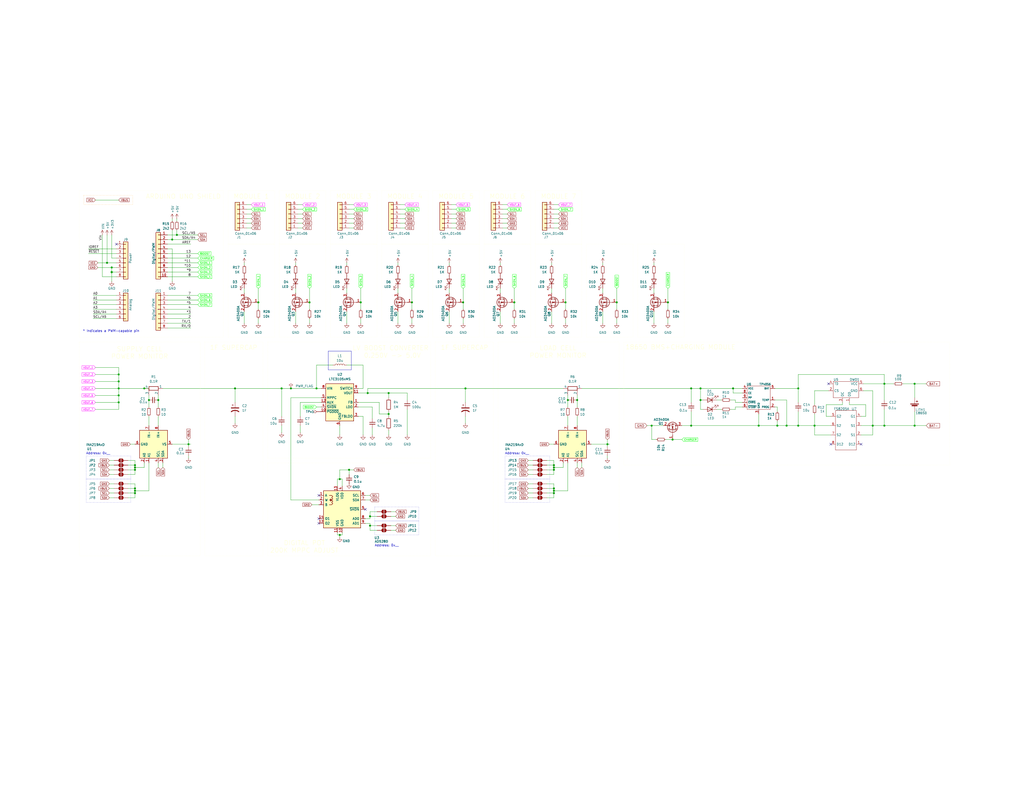
<source format=kicad_sch>
(kicad_sch (version 20250114) (generator "eeschema") (generator_version "9.0")
  (paper "C")
  (title_block (title "Joule Thief - Joule Chief Shield") (date "2025-06-30") (rev "R1") (company "Suneater Labs"))
  (rectangle (start 275.59 248.92) (end 299.974 261.62) (stroke (width 0) (type dot)))
  (rectangle (start 45.72 106.68) (end 72.39 111.76) (stroke (width 0) (type dot) (color 255 153 0 1)))
  (rectangle (start 111.76 186.69) (end 143.51 303.53) (stroke (width 0) (type dot) (color 255 255 194 1)))
  (rectangle (start 264.16 133.35) (end 289.56 184.15) (stroke (width 0) (type dot) (color 255 255 194 1)))
  (rectangle (start 43.18 186.69) (end 109.22 303.53) (stroke (width 0) (type dot) (color 255 255 194 1)))
  (rectangle (start 146.05 186.69) (end 234.95 250.19) (stroke (width 0) (type dot) (color 255 255 194 1)))
  (rectangle (start 264.16 104.14) (end 289.56 133.35) (stroke (width 0) (type dot) (color 255 255 194 1)))
  (rectangle (start 236.22 133.35) (end 261.62 184.15) (stroke (width 0) (type dot) (color 255 255 194 1)))
  (rectangle (start 320.04 133.35) (end 345.44 184.15) (stroke (width 0) (type dot) (color 255 255 194 1)))
  (rectangle (start 124.46 104.14) (end 149.86 133.35) (stroke (width 0) (type dot) (color 255 255 194 1)))
  (rectangle (start 275.59 261.62) (end 299.974 274.32) (stroke (width 0) (type dot)))
  (rectangle (start 204.47 284.48) (end 228.6 292.1) (stroke (width 0) (type dot)))
  (rectangle (start 180.34 104.14) (end 205.74 133.35) (stroke (width 0) (type dot) (color 255 255 194 1)))
  (rectangle (start 152.4 133.35) (end 177.8 184.15) (stroke (width 0) (type dot) (color 255 255 194 1)))
  (rectangle (start 208.28 133.35) (end 233.68 184.15) (stroke (width 0) (type dot) (color 255 255 194 1)))
  (rectangle (start 292.1 104.14) (end 317.5 133.35) (stroke (width 0) (type dot) (color 255 255 194 1)))
  (rectangle (start 347.98 133.35) (end 373.38 184.15) (stroke (width 0) (type dot) (color 255 255 194 1)))
  (rectangle (start 152.4 104.14) (end 177.8 133.35) (stroke (width 0) (type dot) (color 255 255 194 1)))
  (rectangle (start 43.18 104.14) (end 121.92 184.15) (stroke (width 0) (type dot) (color 255 255 194 1)))
  (rectangle (start 208.28 104.14) (end 233.68 133.35) (stroke (width 0) (type dot) (color 255 255 194 1)))
  (rectangle (start 292.1 133.35) (end 317.5 184.15) (stroke (width 0) (type dot) (color 255 255 194 1)))
  (rectangle (start 46.99 248.92) (end 71.374 261.62) (stroke (width 0) (type dot)))
  (rectangle (start 146.05 252.73) (end 234.95 303.53) (stroke (width 0) (type dot) (color 255 255 194 1)))
  (rectangle (start 46.99 261.62) (end 71.374 274.32) (stroke (width 0) (type dot)))
  (rectangle (start 180.34 133.35) (end 205.74 184.15) (stroke (width 0) (type dot) (color 255 255 194 1)))
  (rectangle (start 204.47 276.86) (end 228.6 284.48) (stroke (width 0) (type dot)))
  (rectangle (start 340.4772 186.703) (end 518.2772 254) (stroke (width 0) (type dot) (color 255 255 194 1)))
  (rectangle (start 237.49 186.69) (end 269.24 303.53) (stroke (width 0) (type dot) (color 255 255 194 1)))
  (rectangle (start 179.07 191.77) (end 191.77 201.93) (fill (type color) (color 255 255 194 0.1)))
  (rectangle (start 236.22 104.14) (end 261.62 133.35) (stroke (width 0) (type dot) (color 255 255 194 1)))
  (rectangle (start 124.46 133.35) (end 149.86 184.15) (stroke (width 0) (type dot) (color 255 255 194 1)))
  (rectangle (start 271.78 186.69) (end 337.82 303.53) (stroke (width 0) (type dot) (color 255 255 194 1)))
  (text "Address: 0x__" (at 211.074 297.942 0) (effects (font (size 1.27 1.27))))
  (text "SUPPLY CELL\nPOWER MONITOR" (at 76.2 192.786 0) (effects (font (size 2.5 2.5))))
  (text "Address: 0x__\n" (at 53.594 247.65 0) (effects (font (size 1.27 1.27))))
  (text "MODULE 3\n" (at 193.04 107.442 0) (effects (font (size 2.5 2.5))))
  (text "LV BOOST CONVERTER \n0.250V -> 5.0V" (at 214.122 192.278 0) (effects (font (size 2.5 2.5))))
  (text "LOAD CELL\nPOWER MONITOR" (at 304.546 192.278 0) (effects (font (size 2.5 2.5))))
  (text "1F SUPERCAP" (at 253.492 189.992 0) (effects (font (size 2.5 2.5))))
  (text "18650 BMS+CHARGING MODULE" (at 371.348 189.738 0) (effects (font (size 2.5 2.5))))
  (text "MODULE 4\n" (at 220.98 107.442 0) (effects (font (size 2.5 2.5))))
  (text "ARDUINO UNO SHIELD" (at 100.076 107.442 0) (effects (font (size 2.5 2.5))))
  (text "Address: 0x__\n" (at 282.194 247.65 0) (effects (font (size 1.27 1.27))))
  (text "MODULE 1\n" (at 137.16 107.442 0) (effects (font (size 2.5 2.5))))
  (text "DIGITAL POT\n200K MPPC ADJUST" (at 166.116 298.704 0) (effects (font (size 2.5 2.5))))
  (text "MODULE 5\n" (at 248.92 107.442 0) (effects (font (size 2.5 2.5))))
  (text "MODULE 6\n" (at 276.86 107.442 0) (effects (font (size 2.5 2.5))))
  (text "* Indicates a PWM-capable pin" (at 45.212 181.61 0) (effects (font (size 1.27 1.27)) (justify left bottom)))
  (text "1F SUPERCAP" (at 127.508 189.992 0) (effects (font (size 2.5 2.5))))
  (text "MODULE 7\n" (at 304.8 107.442 0) (effects (font (size 2.5 2.5))))
  (text "MODULE 2" (at 165.1 107.442 0) (effects (font (size 2.5 2.5))))
  (junction (at 377.19 232.41))
  (junction (at 73.66 256.54))
  (junction (at 93.98 130.81))
  (junction (at 201.93 287.02))
  (junction (at 302.26 267.97))
  (junction (at 73.66 269.24))
  (junction (at 382.27 212.09))
  (junction (at 190.5 256.54))
  (junction (at 302.26 256.54))
  (junction (at 185.42 261.62))
  (junction (at 476.25 232.41))
  (junction (at 314.96 218.44))
  (junction (at 64.77 219.71))
  (junction (at 60.96 148.59) (diameter 1.016))
  (junction (at 414.02 232.41))
  (junction (at 81.28 218.44))
  (junction (at 364.49 165.1))
  (junction (at 302.26 254))
  (junction (at 302.26 266.7))
  (junction (at 482.6 209.55))
  (junction (at 64.77 212.09))
  (junction (at 172.72 212.09))
  (junction (at 128.27 212.09))
  (junction (at 73.66 255.27))
  (junction (at 367.03 240.03))
  (junction (at 444.5 232.41))
  (junction (at 382.27 218.44))
  (junction (at 158.75 212.09))
  (junction (at 499.11 232.41))
  (junction (at 377.19 212.09))
  (junction (at 302.26 255.27))
  (junction (at 140.97 165.1))
  (junction (at 224.79 165.1))
  (junction (at 280.67 165.1))
  (junction (at 499.11 209.55))
  (junction (at 424.18 232.41))
  (junction (at 302.26 269.24))
  (junction (at 168.91 165.1))
  (junction (at 200.66 214.63))
  (junction (at 309.88 218.44))
  (junction (at 58.42 143.51))
  (junction (at 252.73 165.1))
  (junction (at 102.87 242.57))
  (junction (at 73.66 254))
  (junction (at 331.47 242.57))
  (junction (at 185.42 292.1))
  (junction (at 212.09 226.06))
  (junction (at 400.05 212.09))
  (junction (at 435.61 232.41))
  (junction (at 355.6 232.41))
  (junction (at 336.55 165.1))
  (junction (at 212.09 214.63))
  (junction (at 64.77 215.9))
  (junction (at 60.96 146.05))
  (junction (at 64.77 204.47))
  (junction (at 254 212.09))
  (junction (at 196.85 165.1))
  (junction (at 73.66 267.97))
  (junction (at 201.93 281.94))
  (junction (at 482.6 232.41))
  (junction (at 308.61 165.1))
  (junction (at 96.52 128.27))
  (junction (at 73.66 266.7))
  (junction (at 435.61 212.09))
  (junction (at 153.67 212.09))
  (junction (at 86.36 218.44))
  (junction (at 429.26 232.41))
  (junction (at 64.77 208.28))
  (junction (at 78.74 212.09))
  (no_connect (at 452.12 209.55))
  (no_connect (at 469.9 242.57))
  (no_connect (at 173.99 285.75))
  (no_connect (at 173.99 270.51))
  (no_connect (at 173.99 283.21))
  (no_connect (at 199.39 278.13))
  (no_connect (at 63.5 133.35))
  (no_connect (at 453.39 242.57))
  (wire (pts (xy 91.44 179.07) (xy 104.14 179.07)))
  (wire (pts (xy 288.29 271.78) (xy 290.83 271.78)))
  (wire (pts (xy 196.85 168.91) (xy 196.85 165.1)))
  (wire (pts (xy 153.67 212.09) (xy 153.67 227.33)))
  (wire (pts (xy 163.83 219.71) (xy 163.83 227.33)))
  (wire (pts (xy 307.34 255.27) (xy 302.26 255.27)))
  (wire (pts (xy 246.38 121.92) (xy 248.92 121.92)))
  (wire (pts (xy 280.67 173.99) (xy 280.67 176.53)))
  (wire (pts (xy 161.29 157.48) (xy 161.29 160.02)))
  (wire (pts (xy 372.11 240.03) (xy 367.03 240.03)))
  (wire (pts (xy 102.87 242.57) (xy 93.98 242.57)))
  (wire (pts (xy 91.44 146.05) (xy 107.95 146.05)))
  (wire (pts (xy 190.5 121.92) (xy 193.04 121.92)))
  (wire (pts (xy 199.39 283.21) (xy 201.93 283.21)))
  (wire (pts (xy 81.28 212.09) (xy 78.74 212.09)))
  (wire (pts (xy 190.5 116.84) (xy 193.04 116.84)))
  (wire (pts (xy 377.19 212.09) (xy 377.19 219.71)))
  (wire (pts (xy 52.07 215.9) (xy 64.77 215.9)))
  (wire (pts (xy 163.83 232.41) (xy 163.83 236.22)))
  (wire (pts (xy 450.85 227.33) (xy 453.39 227.33)))
  (wire (pts (xy 215.9 281.94) (xy 213.36 281.94)))
  (wire (pts (xy 429.26 232.41) (xy 435.61 232.41)))
  (wire (pts (xy 185.42 292.1) (xy 184.15 292.1)))
  (wire (pts (xy 165.1 114.3) (xy 162.56 114.3)))
  (wire (pts (xy 91.44 128.27) (xy 96.52 128.27)))
  (wire (pts (xy 200.66 214.63) (xy 212.09 214.63)))
  (wire (pts (xy 196.85 173.99) (xy 196.85 176.53)))
  (wire (pts (xy 302.26 266.7) (xy 302.26 264.16)))
  (wire (pts (xy 195.58 214.63) (xy 200.66 214.63)))
  (wire (pts (xy 372.11 232.41) (xy 377.19 232.41)))
  (wire (pts (xy 217.17 157.48) (xy 217.17 160.02)))
  (wire (pts (xy 102.87 248.92) (xy 102.87 250.19)))
  (wire (pts (xy 482.6 204.47) (xy 482.6 209.55)))
  (wire (pts (xy 162.56 121.92) (xy 165.1 121.92)))
  (wire (pts (xy 482.6 209.55) (xy 482.6 218.44)))
  (wire (pts (xy 134.62 124.46) (xy 137.16 124.46)))
  (wire (pts (xy 73.66 269.24) (xy 69.85 269.24)))
  (wire (pts (xy 86.36 232.41) (xy 86.36 227.33)))
  (wire (pts (xy 86.36 218.44) (xy 86.36 215.9)))
  (wire (pts (xy 93.98 125.73) (xy 93.98 130.81)))
  (wire (pts (xy 172.72 199.39) (xy 181.61 199.39)))
  (wire (pts (xy 60.96 146.05) (xy 60.96 148.59)))
  (wire (pts (xy 414.02 232.41) (xy 414.02 226.06)))
  (wire (pts (xy 469.9 232.41) (xy 476.25 232.41)))
  (wire (pts (xy 382.27 218.44) (xy 383.54 218.44)))
  (wire (pts (xy 201.93 287.02) (xy 205.74 287.02)))
  (wire (pts (xy 201.93 279.4) (xy 205.74 279.4)))
  (wire (pts (xy 73.66 271.78) (xy 69.85 271.78)))
  (wire (pts (xy 429.26 218.44) (xy 429.26 232.41)))
  (wire (pts (xy 50.8 173.99) (xy 63.5 173.99)))
  (wire (pts (xy 158.75 273.05) (xy 158.75 217.17)))
  (wire (pts (xy 356.87 143.51) (xy 356.87 144.78)))
  (wire (pts (xy 73.66 267.97) (xy 73.66 269.24)))
  (wire (pts (xy 64.77 212.09) (xy 78.74 212.09)))
  (wire (pts (xy 52.07 212.09) (xy 64.77 212.09)))
  (wire (pts (xy 190.5 256.54) (xy 193.04 256.54)))
  (wire (pts (xy 302.26 121.92) (xy 304.8 121.92)))
  (wire (pts (xy 288.29 254) (xy 290.83 254)))
  (wire (pts (xy 185.42 261.62) (xy 185.42 256.54)))
  (wire (pts (xy 332.74 242.57) (xy 331.47 242.57)))
  (wire (pts (xy 254 227.33) (xy 254 231.14)))
  (wire (pts (xy 288.29 259.08) (xy 290.83 259.08)))
  (wire (pts (xy 81.28 218.44) (xy 81.28 215.9)))
  (wire (pts (xy 186.69 292.1) (xy 185.42 292.1)))
  (wire (pts (xy 60.96 148.59) (xy 60.96 153.67)))
  (wire (pts (xy 218.44 116.84) (xy 220.98 116.84)))
  (wire (pts (xy 53.34 143.51) (xy 58.42 143.51)))
  (wire (pts (xy 302.26 269.24) (xy 302.26 271.78)))
  (wire (pts (xy 196.85 157.48) (xy 196.85 165.1)))
  (wire (pts (xy 140.97 168.91) (xy 140.97 165.1)))
  (wire (pts (xy 435.61 204.47) (xy 482.6 204.47)))
  (wire (pts (xy 212.09 224.79) (xy 212.09 226.06)))
  (wire (pts (xy 302.26 119.38) (xy 304.8 119.38)))
  (wire (pts (xy 172.72 212.09) (xy 175.26 212.09)))
  (wire (pts (xy 382.27 212.09) (xy 382.27 218.44)))
  (wire (pts (xy 218.44 121.92) (xy 220.98 121.92)))
  (wire (pts (xy 60.96 140.97) (xy 63.5 140.97)))
  (wire (pts (xy 134.62 119.38) (xy 137.16 119.38)))
  (wire (pts (xy 58.42 143.51) (xy 63.5 143.51)))
  (wire (pts (xy 168.91 173.99) (xy 168.91 176.53)))
  (wire (pts (xy 59.69 259.08) (xy 62.23 259.08)))
  (wire (pts (xy 300.99 170.18) (xy 300.99 176.53)))
  (wire (pts (xy 59.69 266.7) (xy 62.23 266.7)))
  (wire (pts (xy 476.25 213.36) (xy 476.25 232.41)))
  (wire (pts (xy 190.5 119.38) (xy 193.04 119.38)))
  (wire (pts (xy 469.9 227.33) (xy 472.44 227.33)))
  (wire (pts (xy 175.26 219.71) (xy 163.83 219.71)))
  (wire (pts (xy 58.42 128.27) (xy 58.42 143.51)))
  (wire (pts (xy 463.55 220.98) (xy 472.44 220.98)))
  (wire (pts (xy 64.77 215.9) (xy 64.77 219.71)))
  (wire (pts (xy 59.69 256.54) (xy 62.23 256.54)))
  (wire (pts (xy 53.34 146.05) (xy 60.96 146.05)))
  (wire (pts (xy 444.5 232.41) (xy 444.5 237.49)))
  (wire (pts (xy 52.07 208.28) (xy 64.77 208.28)))
  (wire (pts (xy 398.78 218.44) (xy 401.32 218.44)))
  (wire (pts (xy 220.98 111.76) (xy 218.44 111.76)))
  (wire (pts (xy 78.74 255.27) (xy 73.66 255.27)))
  (wire (pts (xy 52.07 109.22) (xy 64.77 109.22)))
  (wire (pts (xy 158.75 273.05) (xy 173.99 273.05)))
  (wire (pts (xy 215.9 287.02) (xy 213.36 287.02)))
  (wire (pts (xy 91.44 138.43) (xy 107.95 138.43)))
  (wire (pts (xy 172.72 222.25) (xy 175.26 222.25)))
  (wire (pts (xy 60.96 128.27) (xy 60.96 140.97)))
  (wire (pts (xy 91.44 161.29) (xy 107.95 161.29)))
  (wire (pts (xy 88.9 212.09) (xy 128.27 212.09)))
  (wire (pts (xy 463.55 219.71) (xy 463.55 220.98)))
  (wire (pts (xy 195.58 219.71) (xy 207.01 219.71)))
  (wire (pts (xy 200.66 212.09) (xy 254 212.09)))
  (wire (pts (xy 435.61 232.41) (xy 444.5 232.41)))
  (wire (pts (xy 93.98 130.81) (xy 107.95 130.81)))
  (wire (pts (xy 314.96 255.27) (xy 314.96 252.73)))
  (wire (pts (xy 252.73 157.48) (xy 252.73 165.1)))
  (wire (pts (xy 63.5 161.29) (xy 50.8 161.29)))
  (wire (pts (xy 302.26 256.54) (xy 302.26 259.08)))
  (wire (pts (xy 422.91 218.44) (xy 429.26 218.44)))
  (wire (pts (xy 81.28 222.25) (xy 81.28 218.44)))
  (wire (pts (xy 91.44 140.97) (xy 107.95 140.97)))
  (wire (pts (xy 405.13 214.63) (xy 400.05 214.63)))
  (wire (pts (xy 134.62 116.84) (xy 137.16 116.84)))
  (wire (pts (xy 422.91 212.09) (xy 435.61 212.09)))
  (wire (pts (xy 81.28 252.73) (xy 81.28 267.97)))
  (wire (pts (xy 73.66 267.97) (xy 73.66 266.7)))
  (wire (pts (xy 398.78 223.52) (xy 401.32 223.52)))
  (wire (pts (xy 302.26 267.97) (xy 302.26 266.7)))
  (wire (pts (xy 91.44 163.83) (xy 107.95 163.83)))
  (wire (pts (xy 422.91 222.25) (xy 424.18 222.25)))
  (wire (pts (xy 104.14 242.57) (xy 102.87 242.57)))
  (wire (pts (xy 185.42 261.62) (xy 184.15 261.62)))
  (wire (pts (xy 52.07 200.66) (xy 64.77 200.66)))
  (wire (pts (xy 314.96 218.44) (xy 314.96 215.9)))
  (wire (pts (xy 252.73 168.91) (xy 252.73 165.1)))
  (wire (pts (xy 186.69 261.62) (xy 186.69 265.43)))
  (wire (pts (xy 309.88 215.9) (xy 309.88 218.44)))
  (wire (pts (xy 444.5 226.06) (xy 444.5 232.41)))
  (wire (pts (xy 246.38 119.38) (xy 248.92 119.38)))
  (wire (pts (xy 276.86 111.76) (xy 274.32 111.76)))
  (wire (pts (xy 274.32 116.84) (xy 276.86 116.84)))
  (wire (pts (xy 499.11 232.41) (xy 505.46 232.41)))
  (wire (pts (xy 133.35 157.48) (xy 133.35 160.02)))
  (wire (pts (xy 274.32 121.92) (xy 276.86 121.92)))
  (wire (pts (xy 355.6 240.03) (xy 358.14 240.03)))
  (wire (pts (xy 382.27 223.52) (xy 383.54 223.52)))
  (wire (pts (xy 246.38 124.46) (xy 248.92 124.46)))
  (wire (pts (xy 435.61 212.09) (xy 435.61 204.47)))
  (wire (pts (xy 173.99 275.59) (xy 170.18 275.59)))
  (wire (pts (xy 361.95 232.41) (xy 355.6 232.41)))
  (wire (pts (xy 201.93 283.21) (xy 201.93 281.94)))
  (wire (pts (xy 328.93 157.48) (xy 328.93 160.02)))
  (wire (pts (xy 308.61 168.91) (xy 308.61 165.1)))
  (wire (pts (xy 64.77 204.47) (xy 64.77 208.28)))
  (wire (pts (xy 88.9 255.27) (xy 88.9 252.73)))
  (wire (pts (xy 280.67 157.48) (xy 280.67 165.1)))
  (wire (pts (xy 64.77 223.52) (xy 52.07 223.52)))
  (wire (pts (xy 73.66 256.54) (xy 73.66 259.08)))
  (wire (pts (xy 96.52 119.38) (xy 96.52 120.65)))
  (wire (pts (xy 450.85 220.98) (xy 459.74 220.98)))
  (wire (pts (xy 273.05 143.51) (xy 273.05 144.78)))
  (wire (pts (xy 355.6 232.41) (xy 355.6 240.03)))
  (wire (pts (xy 254 212.09) (xy 254 219.71)))
  (wire (pts (xy 73.66 256.54) (xy 69.85 256.54)))
  (wire (pts (xy 91.44 148.59) (xy 107.95 148.59)))
  (wire (pts (xy 382.27 212.09) (xy 400.05 212.09)))
  (wire (pts (xy 195.58 227.33) (xy 198.12 227.33)))
  (wire (pts (xy 424.18 229.87) (xy 424.18 232.41)))
  (wire (pts (xy 492.76 209.55) (xy 499.11 209.55)))
  (wire (pts (xy 140.97 157.48) (xy 140.97 165.1)))
  (wire (pts (xy 186.69 290.83) (xy 186.69 292.1)))
  (wire (pts (xy 86.36 222.25) (xy 86.36 218.44)))
  (wire (pts (xy 193.04 114.3) (xy 190.5 114.3)))
  (wire (pts (xy 401.32 218.44) (xy 401.32 219.71)))
  (wire (pts (xy 252.73 173.99) (xy 252.73 176.53)))
  (wire (pts (xy 64.77 200.66) (xy 64.77 204.47)))
  (wire (pts (xy 91.44 168.91) (xy 104.14 168.91)))
  (wire (pts (xy 168.91 168.91) (xy 168.91 165.1)))
  (wire (pts (xy 499.11 209.55) (xy 505.46 209.55)))
  (wire (pts (xy 424.18 222.25) (xy 424.18 224.79)))
  (wire (pts (xy 314.96 232.41) (xy 314.96 227.33)))
  (wire (pts (xy 331.47 248.92) (xy 331.47 250.19)))
  (wire (pts (xy 482.6 223.52) (xy 482.6 232.41)))
  (wire (pts (xy 73.66 255.27) (xy 73.66 256.54)))
  (wire (pts (xy 199.39 273.05) (xy 201.93 273.05)))
  (wire (pts (xy 162.56 116.84) (xy 165.1 116.84)))
  (wire (pts (xy 309.88 252.73) (xy 309.88 267.97)))
  (wire (pts (xy 48.26 135.89) (xy 63.5 135.89)))
  (wire (pts (xy 189.23 170.18) (xy 189.23 176.53)))
  (wire (pts (xy 364.49 168.91) (xy 364.49 165.1)))
  (wire (pts (xy 81.28 267.97) (xy 73.66 267.97)))
  (wire (pts (xy 288.29 266.7) (xy 290.83 266.7)))
  (wire (pts (xy 435.61 212.09) (xy 435.61 219.71)))
  (wire (pts (xy 336.55 157.48) (xy 336.55 165.1)))
  (wire (pts (xy 401.32 219.71) (xy 405.13 219.71)))
  (wire (pts (xy 161.29 170.18) (xy 161.29 176.53)))
  (wire (pts (xy 140.97 173.99) (xy 140.97 176.53)))
  (wire (pts (xy 212.09 226.06) (xy 212.09 227.33)))
  (wire (pts (xy 137.16 114.3) (xy 134.62 114.3)))
  (wire (pts (xy 224.79 173.99) (xy 224.79 176.53)))
  (wire (pts (xy 73.66 254) (xy 69.85 254)))
  (wire (pts (xy 308.61 173.99) (xy 308.61 176.53)))
  (wire (pts (xy 309.88 232.41) (xy 309.88 227.33)))
  (wire (pts (xy 189.23 157.48) (xy 189.23 160.02)))
  (wire (pts (xy 401.32 222.25) (xy 405.13 222.25)))
  (wire (pts (xy 215.9 279.4) (xy 213.36 279.4)))
  (wire (pts (xy 471.17 213.36) (xy 476.25 213.36)))
  (wire (pts (xy 331.47 240.03) (xy 331.47 242.57)))
  (wire (pts (xy 328.93 170.18) (xy 328.93 176.53)))
  (wire (pts (xy 363.22 240.03) (xy 367.03 240.03)))
  (wire (pts (xy 93.98 135.89) (xy 93.98 153.67)))
  (wire (pts (xy 274.32 119.38) (xy 276.86 119.38)))
  (wire (pts (xy 172.72 212.09) (xy 172.72 199.39)))
  (wire (pts (xy 393.7 223.52) (xy 391.16 223.52)))
  (wire (pts (xy 184.15 261.62) (xy 184.15 265.43)))
  (wire (pts (xy 185.42 232.41) (xy 185.42 237.49)))
  (wire (pts (xy 212.09 214.63) (xy 212.09 217.17)))
  (wire (pts (xy 469.9 237.49) (xy 476.25 237.49)))
  (wire (pts (xy 307.34 252.73) (xy 307.34 255.27)))
  (wire (pts (xy 102.87 242.57) (xy 102.87 243.84)))
  (wire (pts (xy 382.27 218.44) (xy 382.27 223.52)))
  (wire (pts (xy 336.55 173.99) (xy 336.55 176.53)))
  (wire (pts (xy 186.69 261.62) (xy 185.42 261.62)))
  (wire (pts (xy 137.16 111.76) (xy 134.62 111.76)))
  (wire (pts (xy 91.44 133.35) (xy 104.14 133.35)))
  (wire (pts (xy 444.5 232.41) (xy 453.39 232.41)))
  (wire (pts (xy 102.87 240.03) (xy 102.87 242.57)))
  (wire (pts (xy 217.17 143.51) (xy 217.17 144.78)))
  (wire (pts (xy 317.5 255.27) (xy 317.5 252.73)))
  (wire (pts (xy 153.67 212.09) (xy 158.75 212.09)))
  (wire (pts (xy 81.28 232.41) (xy 81.28 227.33)))
  (wire (pts (xy 199.39 285.75) (xy 201.93 285.75)))
  (wire (pts (xy 96.52 125.73) (xy 96.52 128.27)))
  (wire (pts (xy 203.2 233.68) (xy 203.2 237.49)))
  (wire (pts (xy 309.88 222.25) (xy 309.88 218.44)))
  (wire (pts (xy 190.5 256.54) (xy 190.5 259.08)))
  (wire (pts (xy 302.26 255.27) (xy 302.26 256.54)))
  (wire (pts (xy 222.25 237.49) (xy 222.25 223.52)))
  (wire (pts (xy 499.11 209.55) (xy 499.11 217.17)))
  (wire (pts (xy 63.5 166.37) (xy 50.8 166.37)))
  (wire (pts (xy 48.26 138.43) (xy 63.5 138.43)))
  (wire (pts (xy 331.47 242.57) (xy 322.58 242.57)))
  (wire (pts (xy 302.26 259.08) (xy 298.45 259.08)))
  (wire (pts (xy 450.85 227.33) (xy 450.85 220.98)))
  (wire (pts (xy 356.87 170.18) (xy 356.87 176.53)))
  (wire (pts (xy 245.11 170.18) (xy 245.11 176.53)))
  (wire (pts (xy 63.5 148.59) (xy 60.96 148.59)))
  (wire (pts (xy 200.66 214.63) (xy 200.66 212.09)))
  (wire (pts (xy 308.61 157.48) (xy 308.61 165.1)))
  (wire (pts (xy 245.11 143.51) (xy 245.11 144.78)))
  (wire (pts (xy 161.29 143.51) (xy 161.29 144.78)))
  (wire (pts (xy 220.98 114.3) (xy 218.44 114.3)))
  (wire (pts (xy 482.6 209.55) (xy 487.68 209.55)))
  (wire (pts (xy 217.17 170.18) (xy 217.17 176.53)))
  (wire (pts (xy 133.35 143.51) (xy 133.35 144.78)))
  (wire (pts (xy 218.44 119.38) (xy 220.98 119.38)))
  (wire (pts (xy 198.12 199.39) (xy 198.12 212.09)))
  (wire (pts (xy 189.23 199.39) (xy 198.12 199.39)))
  (wire (pts (xy 499.11 224.79) (xy 499.11 232.41)))
  (wire (pts (xy 165.1 111.76) (xy 162.56 111.76)))
  (wire (pts (xy 444.5 213.36) (xy 444.5 220.98)))
  (wire (pts (xy 302.26 256.54) (xy 298.45 256.54)))
  (wire (pts (xy 424.18 232.41) (xy 429.26 232.41)))
  (wire (pts (xy 300.99 143.51) (xy 300.99 144.78)))
  (wire (pts (xy 73.66 266.7) (xy 69.85 266.7)))
  (wire (pts (xy 273.05 170.18) (xy 273.05 176.53)))
  (wire (pts (xy 288.29 264.16) (xy 290.83 264.16)))
  (wire (pts (xy 63.5 151.13) (xy 55.88 151.13)))
  (wire (pts (xy 302.26 242.57) (xy 299.72 242.57)))
  (wire (pts (xy 224.79 157.48) (xy 224.79 165.1)))
  (wire (pts (xy 304.8 114.3) (xy 302.26 114.3)))
  (wire (pts (xy 59.69 251.46) (xy 62.23 251.46)))
  (wire (pts (xy 273.05 157.48) (xy 273.05 160.02)))
  (wire (pts (xy 50.8 163.83) (xy 63.5 163.83)))
  (wire (pts (xy 207.01 219.71) (xy 207.01 226.06)))
  (wire (pts (xy 185.42 292.1) (xy 185.42 293.37)))
  (wire (pts (xy 302.26 271.78) (xy 298.45 271.78)))
  (wire (pts (xy 304.8 111.76) (xy 302.26 111.76)))
  (wire (pts (xy 52.07 204.47) (xy 64.77 204.47)))
  (wire (pts (xy 184.15 290.83) (xy 184.15 292.1)))
  (wire (pts (xy 302.26 251.46) (xy 298.45 251.46)))
  (wire (pts (xy 302.26 116.84) (xy 304.8 116.84)))
  (wire (pts (xy 328.93 143.51) (xy 328.93 144.78)))
  (wire (pts (xy 248.92 111.76) (xy 246.38 111.76)))
  (wire (pts (xy 134.62 121.92) (xy 137.16 121.92)))
  (wire (pts (xy 254 212.09) (xy 307.34 212.09)))
  (wire (pts (xy 331.47 242.57) (xy 331.47 243.84)))
  (wire (pts (xy 482.6 232.41) (xy 499.11 232.41)))
  (wire (pts (xy 302.26 254) (xy 302.26 251.46)))
  (wire (pts (xy 93.98 119.38) (xy 93.98 120.65)))
  (wire (pts (xy 195.58 212.09) (xy 198.12 212.09)))
  (wire (pts (xy 317.5 212.09) (xy 377.19 212.09)))
  (wire (pts (xy 471.17 209.55) (xy 482.6 209.55)))
  (wire (pts (xy 309.88 267.97) (xy 302.26 267.97)))
  (wire (pts (xy 207.01 226.06) (xy 212.09 226.06)))
  (wire (pts (xy 198.12 227.33) (xy 198.12 237.49)))
  (wire (pts (xy 222.25 214.63) (xy 212.09 214.63)))
  (wire (pts (xy 199.39 270.51) (xy 201.93 270.51)))
  (wire (pts (xy 245.11 157.48) (xy 245.11 160.02)))
  (wire (pts (xy 453.39 237.49) (xy 444.5 237.49)))
  (wire (pts (xy 91.44 135.89) (xy 93.98 135.89)))
  (wire (pts (xy 52.07 219.71) (xy 64.77 219.71)))
  (wire (pts (xy 73.66 266.7) (xy 73.66 264.16)))
  (wire (pts (xy 168.91 157.48) (xy 168.91 165.1)))
  (wire (pts (xy 215.9 289.56) (xy 213.36 289.56)))
  (wire (pts (xy 86.36 255.27) (xy 86.36 252.73)))
  (wire (pts (xy 59.69 264.16) (xy 62.23 264.16)))
  (wire (pts (xy 63.5 146.05) (xy 60.96 146.05)))
  (wire (pts (xy 377.19 224.79) (xy 377.19 232.41)))
  (wire (pts (xy 201.93 289.56) (xy 205.74 289.56)))
  (wire (pts (xy 274.32 124.46) (xy 276.86 124.46)))
  (wire (pts (xy 302.26 124.46) (xy 304.8 124.46)))
  (wire (pts (xy 73.66 269.24) (xy 73.66 271.78)))
  (wire (pts (xy 364.49 157.48) (xy 364.49 165.1)))
  (wire (pts (xy 185.42 256.54) (xy 190.5 256.54)))
  (wire (pts (xy 401.32 223.52) (xy 401.32 222.25)))
  (wire (pts (xy 91.44 143.51) (xy 107.95 143.51)))
  (wire (pts (xy 128.27 227.33) (xy 128.27 231.14)))
  (wire (pts (xy 302.26 267.97) (xy 302.26 269.24)))
  (wire (pts (xy 73.66 251.46) (xy 69.85 251.46)))
  (wire (pts (xy 224.79 168.91) (xy 224.79 165.1)))
  (wire (pts (xy 212.09 237.49) (xy 212.09 234.95)))
  (wire (pts (xy 162.56 124.46) (xy 165.1 124.46)))
  (wire (pts (xy 377.19 212.09) (xy 382.27 212.09)))
  (wire (pts (xy 128.27 212.09) (xy 128.27 219.71)))
  (wire (pts (xy 73.66 254) (xy 73.66 251.46)))
  (wire (pts (xy 193.04 111.76) (xy 190.5 111.76)))
  (wire (pts (xy 91.44 166.37) (xy 107.95 166.37)))
  (wire (pts (xy 133.35 170.18) (xy 133.35 176.53)))
  (wire (pts (xy 459.74 220.98) (xy 459.74 219.71)))
  (wire (pts (xy 222.25 214.63) (xy 222.25 218.44)))
  (wire (pts (xy 302.26 255.27) (xy 302.26 254)))
  (wire (pts (xy 248.92 114.3) (xy 246.38 114.3)))
  (wire (pts (xy 435.61 224.79) (xy 435.61 232.41)))
  (wire (pts (xy 162.56 119.38) (xy 165.1 119.38)))
  (wire (pts (xy 64.77 208.28) (xy 64.77 212.09)))
  (wire (pts (xy 50.8 168.91) (xy 63.5 168.91)))
  (wire (pts (xy 276.86 114.3) (xy 274.32 114.3)))
  (wire (pts (xy 59.69 269.24) (xy 62.23 269.24)))
  (wire (pts (xy 218.44 124.46) (xy 220.98 124.46)))
  (wire (pts (xy 59.69 271.78) (xy 62.23 271.78)))
  (wire (pts (xy 336.55 168.91) (xy 336.55 165.1)))
  (wire (pts (xy 302.26 264.16) (xy 298.45 264.16)))
  (wire (pts (xy 393.7 218.44) (xy 391.16 218.44)))
  (wire (pts (xy 96.52 128.27) (xy 107.95 128.27)))
  (wire (pts (xy 201.93 281.94) (xy 205.74 281.94)))
  (wire (pts (xy 288.29 269.24) (xy 290.83 269.24)))
  (wire (pts (xy 300.99 157.48) (xy 300.99 160.02)))
  (wire (pts (xy 400.05 214.63) (xy 400.05 212.09)))
  (wire (pts (xy 472.44 220.98) (xy 472.44 227.33)))
  (wire (pts (xy 355.6 232.41) (xy 353.06 232.41)))
  (wire (pts (xy 364.49 173.99) (xy 364.49 176.53)))
  (wire (pts (xy 73.66 242.57) (xy 71.12 242.57)))
  (wire (pts (xy 189.23 143.51) (xy 189.23 144.78)))
  (wire (pts (xy 64.77 212.09) (xy 64.77 215.9)))
  (wire (pts (xy 476.25 232.41) (xy 482.6 232.41)))
  (wire (pts (xy 73.66 255.27) (xy 73.66 254)))
  (wire (pts (xy 91.44 130.81) (xy 93.98 130.81)))
  (wire (pts (xy 288.29 251.46) (xy 290.83 251.46)))
  (wire (pts (xy 201.93 281.94) (xy 201.93 279.4)))
  (wire (pts (xy 400.05 212.09) (xy 405.13 212.09)))
  (wire (pts (xy 476.25 232.41) (xy 476.25 237.49)))
  (wire (pts (xy 314.96 222.25) (xy 314.96 218.44)))
  (wire (pts (xy 153.67 232.41) (xy 153.67 236.22)))
  (wire (pts (xy 91.44 173.99) (xy 104.14 173.99)))
  (wire (pts (xy 280.67 168.91) (xy 280.67 165.1)))
  (wire (pts (xy 91.44 171.45) (xy 104.14 171.45)))
  (wire (pts (xy 73.66 259.08) (xy 69.85 259.08)))
  (wire (pts (xy 424.18 232.41) (xy 414.02 232.41)))
  (wire (pts (xy 302.26 254) (xy 298.45 254)))
  (wire (pts (xy 158.75 217.17) (xy 175.26 217.17)))
  (wire (pts (xy 452.12 213.36) (xy 444.5 213.36)))
  (wire (pts (xy 377.19 232.41) (xy 414.02 232.41)))
  (wire (pts (xy 64.77 219.71) (xy 64.77 223.52)))
  (wire (pts (xy 201.93 287.02) (xy 201.93 289.56)))
  (wire (pts (xy 203.2 222.25) (xy 203.2 228.6)))
  (wire (pts (xy 190.5 124.46) (xy 193.04 124.46)))
  (wire (pts (xy 195.58 222.25) (xy 203.2 222.25)))
  (wire (pts (xy 201.93 285.75) (xy 201.93 287.02)))
  (wire (pts (xy 91.44 176.53) (xy 104.14 176.53)))
  (wire (pts (xy 55.88 151.13) (xy 55.88 128.27)))
  (wire (pts (xy 302.26 269.24) (xy 298.45 269.24)))
  (wire (pts (xy 288.29 256.54) (xy 290.83 256.54)))
  (wire (pts (xy 59.69 254) (xy 62.23 254)))
  (wire (pts (xy 356.87 157.48) (xy 356.87 160.02)))
  (wire (pts (xy 63.5 171.45) (xy 50.8 171.45)))
  (wire (pts (xy 73.66 264.16) (xy 69.85 264.16)))
  (wire (pts (xy 78.74 252.73) (xy 78.74 255.27)))
  (wire (pts (xy 91.44 151.13) (xy 107.95 151.13)))
  (wire (pts (xy 246.38 116.84) (xy 248.92 116.84)))
  (wire (pts (xy 128.27 212.09) (xy 153.67 212.09)))
  (wire (pts (xy 302.26 266.7) (xy 298.45 266.7)))
  (wire (pts (xy 158.75 212.09) (xy 172.72 212.09)))
  (label "RX{slash}0" (at 104.14 179.07 180))
  (label "A2" (at 50.8 166.37 0))
  (label "4" (at 104.14 168.91 180))
  (label "2" (at 104.14 173.99 180))
  (label "A3" (at 50.8 168.91 0))
  (label "13" (at 104.14 138.43 180))
  (label "12" (at 104.14 140.97 180))
  (label "~{RESET}" (at 48.26 138.43 0))
  (label "*10" (at 104.14 146.05 180))
  (label "7" (at 104.14 161.29 180))
  (label "SDA{slash}A4" (at 106.68 130.81 180))
  (label "8" (at 104.14 151.13 180))
  (label "*11" (at 104.14 143.51 180))
  (label "*3" (at 104.14 171.45 180))
  (label "A1" (at 50.8 163.83 0))
  (label "TX{slash}1" (at 104.14 176.53 180))
  (label "A0" (at 50.8 161.29 0))
  (label "AREF" (at 104.14 133.35 180))
  (label "Vin" (at 55.88 128.27 270))
  (label "*6" (at 104.14 163.83 180))
  (label "SCL{slash}A5" (at 106.68 128.27 180))
  (label "*9" (at 104.14 148.59 180))
  (label "*5" (at 104.14 166.37 180))
  (label "IOREF" (at 48.26 135.89 0))
  (label "SDA{slash}A4" (at 50.8 171.45 0))
  (label "SCL{slash}A5" (at 50.8 173.99 0))
  (global_label "GND" (shape input) (at 248.92 121.92 0) (effects (font (size 1 1))) (property "Intersheetrefs" "${INTERSHEET_REFS}" (effects (hide yes))))
  (global_label "SHDN_4" (shape input) (at 220.98 114.3 0) (effects (font (size 1 1))) (property "Intersheetrefs" "${INTERSHEET_REFS}" (effects (hide yes))))
  (global_label "CHARGER" (shape input) (at 372.11 240.03 0) (effects (font (size 1 1))) (property "Intersheetrefs" "${INTERSHEET_REFS}" (effects (hide yes))))
  (global_label "SHDN_4" (shape input) (at 224.79 157.48 90) (effects (font (size 1 1))) (property "Intersheetrefs" "${INTERSHEET_REFS}" (effects (hide yes))))
  (global_label "SDA" (shape input) (at 137.16 119.38 0) (effects (font (size 1 1))) (property "Intersheetrefs" "${INTERSHEET_REFS}" (effects (hide yes))))
  (global_label "SHDN_2" (shape input) (at 165.1 114.3 0) (effects (font (size 1 1))) (property "Intersheetrefs" "${INTERSHEET_REFS}" (effects (hide yes))))
  (global_label "VBUS" (shape input) (at 288.29 266.7 180) (effects (font (size 1 1))) (property "Intersheetrefs" "${INTERSHEET_REFS}" (effects (hide yes))))
  (global_label "SCL" (shape input) (at 193.04 116.84 0) (effects (font (size 1 1))) (property "Intersheetrefs" "${INTERSHEET_REFS}" (effects (hide yes))))
  (global_label "SDA" (shape input) (at 59.69 271.78 180) (effects (font (size 1 1))) (property "Intersheetrefs" "${INTERSHEET_REFS}" (effects (hide yes))))
  (global_label "SHDN_3" (shape input) (at 193.04 114.3 0) (effects (font (size 1 1))) (property "Intersheetrefs" "${INTERSHEET_REFS}" (effects (hide yes))))
  (global_label "GND" (shape input) (at 53.34 146.05 180) (effects (font (size 1 1))) (property "Intersheetrefs" "${INTERSHEET_REFS}" (effects (hide yes))))
  (global_label "VBUS" (shape input) (at 215.9 279.4 0) (effects (font (size 1 1))) (property "Intersheetrefs" "${INTERSHEET_REFS}" (effects (hide yes))))
  (global_label "SCL" (shape input) (at 201.93 270.51 0) (effects (font (size 1 1))) (property "Intersheetrefs" "${INTERSHEET_REFS}" (effects (hide yes))))
  (global_label "VBUS" (shape input) (at 331.47 240.03 90) (effects (font (size 1 1))) (property "Intersheetrefs" "${INTERSHEET_REFS}" (effects (hide yes))))
  (global_label "BAT-" (shape input) (at 505.46 232.41 0) (property "Intersheetrefs" "${INTERSHEET_REFS}" (effects (hide yes))))
  (global_label "SHDN_6" (shape input) (at 276.86 114.3 0) (effects (font (size 1 1))) (property "Intersheetrefs" "${INTERSHEET_REFS}" (effects (hide yes))))
  (global_label "GND" (shape input) (at 193.04 121.92 0) (effects (font (size 1 1))) (property "Intersheetrefs" "${INTERSHEET_REFS}" (effects (hide yes))))
  (global_label "SHDN_4" (shape input) (at 107.95 151.13 0) (effects (font (size 1 1))) (property "Intersheetrefs" "${INTERSHEET_REFS}" (effects (hide yes))))
  (global_label "VOUT_6" (shape input) (at 52.07 219.71 180) (effects (font (size 1 1))) (property "Intersheetrefs" "${INTERSHEET_REFS}" (effects (hide yes))))
  (global_label "VCC" (shape input) (at 165.1 124.46 0) (effects (font (size 1 1))) (property "Intersheetrefs" "${INTERSHEET_REFS}" (effects (hide yes))))
  (global_label "GND" (shape input) (at 215.9 289.56 0) (effects (font (size 1 1))) (property "Intersheetrefs" "${INTERSHEET_REFS}" (effects (hide yes))))
  (global_label "CHARGER" (shape input) (at 364.49 157.48 90) (effects (font (size 1 1))) (property "Intersheetrefs" "${INTERSHEET_REFS}" (effects (hide yes))))
  (global_label "GND" (shape input) (at 215.9 281.94 0) (effects (font (size 1 1))) (property "Intersheetrefs" "${INTERSHEET_REFS}" (effects (hide yes))))
  (global_label "!BOOST" (shape input) (at 172.72 222.25 180) (effects (font (size 1 1))) (property "Intersheetrefs" "${INTERSHEET_REFS}" (effects (hide yes))))
  (global_label "SCL" (shape input) (at 59.69 269.24 180) (effects (font (size 1 1))) (property "Intersheetrefs" "${INTERSHEET_REFS}" (effects (hide yes))))
  (global_label "SHDN_5" (shape input) (at 248.92 114.3 0) (effects (font (size 1 1))) (property "Intersheetrefs" "${INTERSHEET_REFS}" (effects (hide yes))))
  (global_label "SHDN_3" (shape input) (at 196.85 157.48 90) (effects (font (size 1 1))) (property "Intersheetrefs" "${INTERSHEET_REFS}" (effects (hide yes))))
  (global_label "GND" (shape input) (at 288.29 264.16 180) (effects (font (size 1 1))) (property "Intersheetrefs" "${INTERSHEET_REFS}" (effects (hide yes))))
  (global_label "SCL" (shape input) (at 165.1 116.84 0) (effects (font (size 1 1))) (property "Intersheetrefs" "${INTERSHEET_REFS}" (effects (hide yes))))
  (global_label "VOUT_2" (shape input) (at 52.07 204.47 180) (effects (font (size 1 1))) (property "Intersheetrefs" "${INTERSHEET_REFS}" (effects (hide yes))))
  (global_label "VCC" (shape input) (at 193.04 124.46 0) (effects (font (size 1 1))) (property "Intersheetrefs" "${INTERSHEET_REFS}" (effects (hide yes))))
  (global_label "GND" (shape input) (at 170.18 275.59 180) (effects (font (size 1 1))) (property "Intersheetrefs" "${INTERSHEET_REFS}" (effects (hide yes))))
  (global_label "SCL" (shape input) (at 314.96 255.27 270) (effects (font (size 1 1))) (property "Intersheetrefs" "${INTERSHEET_REFS}" (effects (hide yes))))
  (global_label "GND" (shape input) (at 59.69 264.16 180) (effects (font (size 1 1))) (property "Intersheetrefs" "${INTERSHEET_REFS}" (effects (hide yes))))
  (global_label "VOUT_3" (shape input) (at 52.07 208.28 180) (effects (font (size 1 1))) (property "Intersheetrefs" "${INTERSHEET_REFS}" (effects (hide yes))))
  (global_label "SCL" (shape input) (at 59.69 256.54 180) (effects (font (size 1 1))) (property "Intersheetrefs" "${INTERSHEET_REFS}" (effects (hide yes))))
  (global_label "SHDN_7" (shape input) (at 304.8 114.3 0) (effects (font (size 1 1))) (property "Intersheetrefs" "${INTERSHEET_REFS}" (effects (hide yes))))
  (global_label "VCC" (shape input) (at 52.07 109.22 180) (effects (font (size 1 1))) (property "Intersheetrefs" "${INTERSHEET_REFS}" (effects (hide yes))))
  (global_label "SDA" (shape input) (at 165.1 119.38 0) (effects (font (size 1 1))) (property "Intersheetrefs" "${INTERSHEET_REFS}" (effects (hide yes))))
  (global_label "GND" (shape input) (at 299.72 242.57 180) (effects (font (size 1 1))) (property "Intersheetrefs" "${INTERSHEET_REFS}" (effects (hide yes))))
  (global_label "SCL" (shape input) (at 220.98 116.84 0) (effects (font (size 1 1))) (property "Intersheetrefs" "${INTERSHEET_REFS}" (effects (hide yes))))
  (global_label "SCL" (shape input) (at 137.16 116.84 0) (effects (font (size 1 1))) (property "Intersheetrefs" "${INTERSHEET_REFS}" (effects (hide yes))))
  (global_label "SCL" (shape input) (at 248.92 116.84 0) (effects (font (size 1 1))) (property "Intersheetrefs" "${INTERSHEET_REFS}" (effects (hide yes))))
  (global_label "SHDN_2" (shape input) (at 107.95 146.05 0) (effects (font (size 1 1))) (property "Intersheetrefs" "${INTERSHEET_REFS}" (effects (hide yes))))
  (global_label "VOUT_7" (shape input) (at 304.8 111.76 0) (effects (font (size 1 1))) (property "Intersheetrefs" "${INTERSHEET_REFS}" (effects (hide yes))))
  (global_label "GND" (shape input) (at 137.16 121.92 0) (effects (font (size 1 1))) (property "Intersheetrefs" "${INTERSHEET_REFS}" (effects (hide yes))))
  (global_label "SCL" (shape input) (at 107.95 128.27 0) (effects (font (size 1 1))) (property "Intersheetrefs" "${INTERSHEET_REFS}" (effects (hide yes))))
  (global_label "GND" (shape input) (at 71.12 242.57 180) (effects (font (size 1 1))) (property "Intersheetrefs" "${INTERSHEET_REFS}" (effects (hide yes))))
  (global_label "SHDN_1" (shape input) (at 140.97 157.48 90) (effects (font (size 1 1))) (property "Intersheetrefs" "${INTERSHEET_REFS}" (effects (hide yes))))
  (global_label "SDA" (shape input) (at 276.86 119.38 0) (effects (font (size 1 1))) (property "Intersheetrefs" "${INTERSHEET_REFS}" (effects (hide yes))))
  (global_label "SDA" (shape input) (at 248.92 119.38 0) (effects (font (size 1 1))) (property "Intersheetrefs" "${INTERSHEET_REFS}" (effects (hide yes))))
  (global_label "!BOOST" (shape input) (at 107.95 138.43 0) (effects (font (size 1 1))) (property "Intersheetrefs" "${INTERSHEET_REFS}" (effects (hide yes))))
  (global_label "SDA" (shape input) (at 193.04 119.38 0) (effects (font (size 1 1))) (property "Intersheetrefs" "${INTERSHEET_REFS}" (effects (hide yes))))
  (global_label "VOUT_1" (shape input) (at 52.07 200.66 180) (effects (font (size 1 1))) (property "Intersheetrefs" "${INTERSHEET_REFS}" (effects (hide yes))))
  (global_label "GND" (shape input) (at 304.8 121.92 0) (effects (font (size 1 1))) (property "Intersheetrefs" "${INTERSHEET_REFS}" (effects (hide yes))))
  (global_label "VOUT_7" (shape input) (at 52.07 223.52 180) (effects (font (size 1 1))) (property "Intersheetrefs" "${INTERSHEET_REFS}" (effects (hide yes))))
  (global_label "SDA" (shape input) (at 59.69 259.08 180) (effects (font (size 1 1))) (property "Intersheetrefs" "${INTERSHEET_REFS}" (effects (hide yes))))
  (global_label "SHDN_7" (shape input) (at 107.95 166.37 0) (effects (font (size 1 1))) (property "Intersheetrefs" "${INTERSHEET_REFS}" (effects (hide yes))))
  (global_label "VBUS" (shape input) (at 59.69 254 180) (effects (font (size 1 1))) (property "Intersheetrefs" "${INTERSHEET_REFS}" (effects (hide yes))))
  (global_label "SHDN_3" (shape input) (at 107.95 148.59 0) (effects (font (size 1 1))) (property "Intersheetrefs" "${INTERSHEET_REFS}" (effects (hide yes))))
  (global_label "VOUT_5" (shape input) (at 248.92 111.76 0) (effects (font (size 1 1))) (property "Intersheetrefs" "${INTERSHEET_REFS}" (effects (hide yes))))
  (global_label "SCL" (shape input) (at 276.86 116.84 0) (effects (font (size 1 1))) (property "Intersheetrefs" "${INTERSHEET_REFS}" (effects (hide yes))))
  (global_label "VBUS" (shape input) (at 215.9 287.02 0) (effects (font (size 1 1))) (property "Intersheetrefs" "${INTERSHEET_REFS}" (effects (hide yes))))
  (global_label "SCL" (shape input) (at 288.29 256.54 180) (effects (font (size 1 1))) (property "Intersheetrefs" "${INTERSHEET_REFS}" (effects (hide yes))))
  (global_label "!BOOST" (shape input) (at 336.55 157.48 90) (effects (font (size 1 1))) (property "Intersheetrefs" "${INTERSHEET_REFS}" (effects (hide yes))))
  (global_label "SCL" (shape input) (at 86.36 255.27 270) (effects (font (size 1 1))) (property "Intersheetrefs" "${INTERSHEET_REFS}" (effects (hide yes))))
  (global_label "SDA" (shape input) (at 304.8 119.38 0) (effects (font (size 1 1))) (property "Intersheetrefs" "${INTERSHEET_REFS}" (effects (hide yes))))
  (global_label "CHARGER" (shape input) (at 107.95 140.97 0) (effects (font (size 1 1))) (property "Intersheetrefs" "${INTERSHEET_REFS}" (effects (hide yes))))
  (global_label "VCC" (shape input) (at 137.16 124.46 0) (effects (font (size 1 1))) (property "Intersheetrefs" "${INTERSHEET_REFS}" (effects (hide yes))))
  (global_label "SDA" (shape input) (at 107.95 130.81 0) (effects (font (size 1 1))) (property "Intersheetrefs" "${INTERSHEET_REFS}" (effects (hide yes))))
  (global_label "VOUT_3" (shape input) (at 193.04 111.76 0) (effects (font (size 1 1))) (property "Intersheetrefs" "${INTERSHEET_REFS}" (effects (hide yes))))
  (global_label "VCC" (shape input) (at 220.98 124.46 0) (effects (font (size 1 1))) (property "Intersheetrefs" "${INTERSHEET_REFS}" (effects (hide yes))))
  (global_label "BAT+" (shape input) (at 505.46 209.55 0) (property "Intersheetrefs" "${INTERSHEET_REFS}" (effects (hide yes))))
  (global_label "VOUT_5" (shape input) (at 52.07 215.9 180) (effects (font (size 1 1))) (property "Intersheetrefs" "${INTERSHEET_REFS}" (effects (hide yes))))
  (global_label "VBUS" (shape input) (at 193.04 256.54 0) (effects (font (size 1 1))) (property "Intersheetrefs" "${INTERSHEET_REFS}" (effects (hide yes))))
  (global_label "VCC" (shape input) (at 276.86 124.46 0) (effects (font (size 1 1))) (property "Intersheetrefs" "${INTERSHEET_REFS}" (effects (hide yes))))
  (global_label "SCL" (shape input) (at 288.29 269.24 180) (effects (font (size 1 1))) (property "Intersheetrefs" "${INTERSHEET_REFS}" (effects (hide yes))))
  (global_label "VOUT_2" (shape input) (at 165.1 111.76 0) (effects (font (size 1 1))) (property "Intersheetrefs" "${INTERSHEET_REFS}" (effects (hide yes))))
  (global_label "SHDN_7" (shape input) (at 308.61 157.48 90) (effects (font (size 1 1))) (property "Intersheetrefs" "${INTERSHEET_REFS}" (effects (hide yes))))
  (global_label "SHDN_2" (shape input) (at 168.91 157.48 90) (effects (font (size 1 1))) (property "Intersheetrefs" "${INTERSHEET_REFS}" (effects (hide yes))))
  (global_label "SDA" (shape input) (at 288.29 259.08 180) (effects (font (size 1 1))) (property "Intersheetrefs" "${INTERSHEET_REFS}" (effects (hide yes))))
  (global_label "VCC" (shape input) (at 304.8 124.46 0) (effects (font (size 1 1))) (property "Intersheetrefs" "${INTERSHEET_REFS}" (effects (hide yes))))
  (global_label "VOUT_6" (shape input) (at 276.86 111.76 0) (effects (font (size 1 1))) (property "Intersheetrefs" "${INTERSHEET_REFS}" (effects (hide yes))))
  (global_label "VCC" (shape input) (at 248.92 124.46 0) (effects (font (size 1 1))) (property "Intersheetrefs" "${INTERSHEET_REFS}" (effects (hide yes))))
  (global_label "VBUS" (shape input) (at 102.87 240.03 90) (effects (font (size 1 1))) (property "Intersheetrefs" "${INTERSHEET_REFS}" (effects (hide yes))))
  (global_label "SHDN_6" (shape input) (at 107.95 163.83 0) (effects (font (size 1 1))) (property "Intersheetrefs" "${INTERSHEET_REFS}" (effects (hide yes))))
  (global_label "VBUS" (shape input) (at 59.69 266.7 180) (effects (font (size 1 1))) (property "Intersheetrefs" "${INTERSHEET_REFS}" (effects (hide yes))))
  (global_label "SHDN_1" (shape input) (at 137.16 114.3 0) (effects (font (size 1 1))) (property "Intersheetrefs" "${INTERSHEET_REFS}" (effects (hide yes))))
  (global_label "GND" (shape input) (at 220.98 121.92 0) (effects (font (size 1 1))) (property "Intersheetrefs" "${INTERSHEET_REFS}" (effects (hide yes))))
  (global_label "GND" (shape input) (at 276.86 121.92 0) (effects (font (size 1 1))) (property "Intersheetrefs" "${INTERSHEET_REFS}" (effects (hide yes))))
  (global_label "SDA" (shape input) (at 317.5 255.27 270) (effects (font (size 1 1))) (property "Intersheetrefs" "${INTERSHEET_REFS}" (effects (hide yes))))
  (global_label "VBUS" (shape input) (at 64.77 109.22 0) (effects (font (size 1 1))) (property "Intersheetrefs" "${INTERSHEET_REFS}" (effects (hide yes))))
  (global_label "GND" (shape input) (at 59.69 251.46 180) (effects (font (size 1 1))) (property "Intersheetrefs" "${INTERSHEET_REFS}" (effects (hide yes))))
  (global_label "SHDN_5" (shape input) (at 252.73 157.48 90) (effects (font (size 1 1))) (property "Intersheetrefs" "${INTERSHEET_REFS}" (effects (hide yes))))
  (global_label "SHDN_1" (shape input) (at 107.95 143.51 0) (effects (font (size 1 1))) (property "Intersheetrefs" "${INTERSHEET_REFS}" (effects (hide yes))))
  (global_label "VCC" (shape input) (at 53.34 143.51 180) (effects (font (size 1 1))) (property "Intersheetrefs" "${INTERSHEET_REFS}" (effects (hide yes))))
  (global_label "SCL" (shape input) (at 304.8 116.84 0) (effects (font (size 1 1))) (property "Intersheetrefs" "${INTERSHEET_REFS}" (effects (hide yes))))
  (global_label "SHDN_6" (shape input) (at 280.67 157.48 90) (effects (font (size 1 1))) (property "Intersheetrefs" "${INTERSHEET_REFS}" (effects (hide yes))))
  (global_label "VOUT_1" (shape input) (at 137.16 111.76 0) (effects (font (size 1 1))) (property "Intersheetrefs" "${INTERSHEET_REFS}" (effects (hide yes))))
  (global_label "GND" (shape input) (at 353.06 232.41 180) (property "Intersheetrefs" "${INTERSHEET_REFS}" (effects (hide yes))))
  (global_label "GND" (shape input) (at 165.1 121.92 0) (effects (font (size 1 1))) (property "Intersheetrefs" "${INTERSHEET_REFS}" (effects (hide yes))))
  (global_label "GND" (shape input) (at 288.29 251.46 180) (effects (font (size 1 1))) (property "Intersheetrefs" "${INTERSHEET_REFS}" (effects (hide yes))))
  (global_label "SDA" (shape input) (at 88.9 255.27 270) (effects (font (size 1 1))) (property "Intersheetrefs" "${INTERSHEET_REFS}" (effects (hide yes))))
  (global_label "VBUS" (shape input) (at 288.29 254 180) (effects (font (size 1 1))) (property "Intersheetrefs" "${INTERSHEET_REFS}" (effects (hide yes))))
  (global_label "SDA" (shape input) (at 201.93 273.05 0) (effects (font (size 1 1))) (property "Intersheetrefs" "${INTERSHEET_REFS}" (effects (hide yes))))
  (global_label "SDA" (shape input) (at 220.98 119.38 0) (effects (font (size 1 1))) (property "Intersheetrefs" "${INTERSHEET_REFS}" (effects (hide yes))))
  (global_label "SHDN_5" (shape input) (at 107.95 161.29 0) (effects (font (size 1 1))) (property "Intersheetrefs" "${INTERSHEET_REFS}" (effects (hide yes))))
  (global_label "SDA" (shape input) (at 288.29 271.78 180) (effects (font (size 1 1))) (property "Intersheetrefs" "${INTERSHEET_REFS}" (effects (hide yes))))
  (global_label "VOUT_4" (shape input) (at 220.98 111.76 0) (effects (font (size 1 1))) (property "Intersheetrefs" "${INTERSHEET_REFS}" (effects (hide yes))))
  (global_label "VOUT_4" (shape input) (at 52.07 212.09 180) (effects (font (size 1 1))) (property "Intersheetrefs" "${INTERSHEET_REFS}" (effects (hide yes))))
  (symbol (lib_id "Connector_Generic:Conn_01x08") (at 68.58 140.97 0) (unit 1)
    (property "Reference" "J9" (at 68.58 130.81 0))
    (property "Value" "Power" (at 71.12 140.97 90))
    (property "Footprint" "Connector_PinSocket_2.54mm:PinSocket_1x08_P2.54mm_Vertical" (effects (hide yes)))
    (property "Datasheet" "~" (at 68.58 140.97 0))
    (property "Description" "Generic connector, single row, 01x08, script generated (kicad-library-utils/schlib/autogen/connector/)" (effects (hide yes)))
  )
  (symbol (lib_id "power:+3V3") (at 60.96 128.27 0) (unit 1)
    (property "Reference" "#PWR?" (effects (hide yes)))
    (property "Value" "+3V3" (at 61.341 125.222 90) (effects (justify left)))
    (property "Description" "Power symbol creates a global label with name \"+3V3\"" (effects (hide yes)))
  )
  (symbol (lib_id "power:+5V") (at 58.42 128.27 0) (unit 1)
    (property "Reference" "#PWR?" (effects (hide yes)))
    (property "Value" "+5V" (at 58.7756 125.222 90) (effects (justify left)))
    (property "Description" "Power symbol creates a global label with name \"+5V\"" (effects (hide yes)))
  )
  (symbol (lib_id "power:GND") (at 60.96 153.67 0) (unit 1)
    (property "Reference" "#PWR?" (effects (hide yes)))
    (property "Value" "GND" (at 60.96 157.48 0))
    (property "Description" "Power symbol creates a global label with name \"GND\" , ground" (effects (hide yes)))
  )
  (symbol (lib_id "Connector_Generic:Conn_01x10") (at 86.36 138.43 0) (mirror y) (unit 1)
    (property "Reference" "J8" (at 86.36 125.73 0))
    (property "Value" "Digital/PWM" (at 83.82 138.43 90))
    (property "Footprint" "Connector_PinSocket_2.54mm:PinSocket_1x10_P2.54mm_Vertical" (effects (hide yes)))
    (property "Datasheet" "~" (at 86.36 138.43 0))
    (property "Description" "Generic connector, single row, 01x10, script generated (kicad-library-utils/schlib/autogen/connector/)" (effects (hide yes)))
  )
  (symbol (lib_id "power:GND") (at 93.98 153.67 0) (unit 1)
    (property "Reference" "#PWR?" (effects (hide yes)))
    (property "Value" "GND" (at 93.98 157.48 0))
    (property "Description" "Power symbol creates a global label with name \"GND\" , ground" (effects (hide yes)))
  )
  (symbol (lib_id "Connector_Generic:Conn_01x06") (at 68.58 166.37 0) (unit 1)
    (property "Reference" "J10" (at 68.58 158.75 0))
    (property "Value" "Analog" (at 71.12 166.37 90))
    (property "Footprint" "Connector_PinSocket_2.54mm:PinSocket_1x06_P2.54mm_Vertical" (effects (hide yes)))
    (property "Description" "Generic connector, single row, 01x06, script generated (kicad-library-utils/schlib/autogen/connector/)" (effects (hide yes)))
  )
  (symbol (lib_id "Connector_Generic:Conn_01x08") (at 86.36 168.91 0) (mirror y) (unit 1)
    (property "Reference" "J11" (at 86.36 158.75 0))
    (property "Value" "Digital/PWM" (at 83.82 168.91 90))
    (property "Footprint" "Connector_PinSocket_2.54mm:PinSocket_1x08_P2.54mm_Vertical" (effects (hide yes)))
    (property "Datasheet" "~" (at 86.36 168.91 0))
    (property "Description" "Generic connector, single row, 01x08, script generated (kicad-library-utils/schlib/autogen/connector/)" (effects (hide yes)))
  )
  (symbol (lib_id "Jumper:SolderJumper_2_Open") (at 209.55 287.02 0) (unit 1) (exclude_from_sim yes) (in_bom no)
    (property "Reference" "JP11" (at 227.33 287.02 0) (effects (justify right)))
    (property "Value" "SolderJumper_2_Open" (effects (hide yes)))
    (property "Description" "Solder Jumper, 2-pole, open" (effects (hide yes)))
  )
  (symbol (lib_id "power:GND") (at 222.25 237.49 0) (unit 1)
    (property "Reference" "#PWR?" (effects (hide yes)))
    (property "Value" "GND" (at 222.25 242.57 0))
    (property "Description" "Power symbol creates a global label with name \"GND\" , ground" (effects (hide yes)))
  )
  (symbol (lib_id "Device:C_Small") (at 435.61 222.25 0) (mirror x) (unit 1)
    (property "Reference" "C14" (at 440.182 220.98 0))
    (property "Value" "10u" (at 439.928 224.028 0))
    (property "Footprint" "Capacitor_SMD:C_0805_2012Metric_Pad1.18x1.45mm_HandSolder" (effects (hide yes)))
    (property "Description" "Unpolarized capacitor, small symbol" (effects (hide yes)))
  )
  (symbol (lib_id "power:+5V") (at 93.98 119.38 0) (unit 1)
    (property "Reference" "#PWR?" (effects (hide yes)))
    (property "Value" "+5V" (at 94.234 116.332 90) (effects (justify left)))
    (property "Description" "Power symbol creates a global label with name \"+5V\"" (effects (hide yes)))
  )
  (symbol (lib_id "power:GND") (at 328.93 176.53 0) (unit 1)
    (property "Reference" "#PWR?" (effects (hide yes)))
    (property "Value" "GND" (at 328.93 181.61 0))
    (property "Description" "Power symbol creates a global label with name \"GND\" , ground" (effects (hide yes)))
  )
  (symbol (lib_id "power:GND") (at 128.27 231.14 0) (unit 1)
    (property "Reference" "#PWR?" (effects (hide yes)))
    (property "Value" "GND" (at 128.27 236.22 0))
    (property "Description" "Power symbol creates a global label with name \"GND\" , ground" (effects (hide yes)))
  )
  (symbol (lib_id "Device:LED") (at 356.87 153.67 270) (mirror x) (unit 1)
    (property "Reference" "D11" (at 353.06 153.9874 90) (effects (justify right)))
    (property "Value" "LED" (at 353.06 156.5274 90) (effects (justify right)))
    (property "Description" "Light emitting diode" (effects (hide yes)))
    (property "Sim.Pins" "1=K 2=A" (effects (hide yes)))
  )
  (symbol (lib_id "power:PWR_FLAG") (at 158.75 212.09 0) (unit 1)
    (property "Reference" "#FLG?" (effects (hide yes)))
    (property "Value" "PWR_FLAG" (at 161.29 210.8199 0) (effects (justify left)))
    (property "Description" "Special symbol for telling ERC where power comes from" (effects (hide yes)))
  )
  (symbol (lib_id "power:GND") (at 336.55 176.53 0) (unit 1)
    (property "Reference" "#PWR?" (effects (hide yes)))
    (property "Value" "GND" (at 336.55 181.61 0))
    (property "Description" "Power symbol creates a global label with name \"GND\" , ground" (effects (hide yes)))
  )
  (symbol (lib_id "000_Dropbin:DW01") (at 454.66 217.17 0) (unit 1)
    (property "Reference" "U5" (at 456.184 207.264 0))
    (property "Value" "DW01" (at 466.344 207.264 0))
    (property "Footprint" "Package_TO_SOT_SMD:SOT-23-6_Handsoldering" (effects (hide yes)))
  )
  (symbol (lib_id "Jumper:SolderJumper_2_Open") (at 66.04 259.08 180) (unit 1) (exclude_from_sim yes) (in_bom no)
    (property "Reference" "JP4" (at 48.514 259.08 0) (effects (justify right)))
    (property "Value" "SolderJumper_2_Open" (effects (hide yes)))
    (property "Description" "Solder Jumper, 2-pole, open" (effects (hide yes)))
  )
  (symbol (lib_id "Connector_Generic:Conn_01x06") (at 129.54 119.38 180) (unit 1)
    (property "Reference" "J1" (at 131.572 129.54 0) (effects (justify left)))
    (property "Value" "Conn_01x06" (at 139.954 127.508 0) (effects (justify left)))
    (property "Description" "Generic connector, single row, 01x06, script generated (kicad-library-utils/schlib/autogen/connector/)" (effects (hide yes)))
  )
  (symbol (lib_id "Device:C_Small") (at 203.2 231.14 0) (unit 1)
    (property "Reference" "C8" (at 205.74 229.8762 0) (effects (justify left)))
    (property "Value" "4.7u" (at 205.74 232.4162 0) (effects (justify left)))
    (property "Footprint" "Capacitor_SMD:C_0805_2012Metric_Pad1.18x1.45mm_HandSolder" (effects (hide yes)))
    (property "Description" "Unpolarized capacitor, small symbol" (effects (hide yes)))
  )
  (symbol (lib_id "Device:R_Small") (at 161.29 147.32 0) (mirror x) (unit 1)
    (property "Reference" "R18" (at 158.75 146.0499 0) (effects (justify right)))
    (property "Value" "1K" (at 158.75 148.5899 0) (effects (justify right)))
    (property "Footprint" "Resistor_SMD:R_0805_2012Metric_Pad1.20x1.40mm_HandSolder" (effects (hide yes)))
    (property "Description" "Resistor, small symbol" (effects (hide yes)))
  )
  (symbol (lib_id "Jumper:SolderJumper_2_Open") (at 209.55 289.56 0) (unit 1) (exclude_from_sim yes) (in_bom no)
    (property "Reference" "JP12" (at 227.33 289.56 0) (effects (justify right)))
    (property "Value" "SolderJumper_2_Open" (effects (hide yes)))
    (property "Description" "Solder Jumper, 2-pole, open" (effects (hide yes)))
  )
  (symbol (lib_id "Device:R_Small") (at 300.99 147.32 0) (mirror x) (unit 1)
    (property "Reference" "R23" (at 298.45 146.0499 0) (effects (justify right)))
    (property "Value" "1K" (at 298.45 148.5899 0) (effects (justify right)))
    (property "Footprint" "Resistor_SMD:R_0805_2012Metric_Pad1.20x1.40mm_HandSolder" (effects (hide yes)))
    (property "Description" "Resistor, small symbol" (effects (hide yes)))
  )
  (symbol (lib_id "Potentiometer_Digital:AD5280") (at 186.69 278.13 0) (mirror y) (unit 1)
    (property "Reference" "U3" (at 207.01 293.624 0) (effects (justify left)))
    (property "Value" "AD5280" (at 211.836 295.656 0) (effects (justify left)))
    (property "Footprint" "Package_SO:TSSOP-14_4.4x5mm_P0.65mm" (effects (hide yes)))
    (property "Datasheet" "https://www.analog.com/media/en/technical-documentation/data-sheets/AD5280_5282.pdf" (effects (hide yes)))
    (property "Description" "Digital potentiometer, 256 position, single output, I2C interface" (effects (hide yes)))
  )
  (symbol (lib_id "Connector_Generic:Conn_01x06") (at 213.36 119.38 180) (unit 1)
    (property "Reference" "J4" (at 215.392 129.54 0) (effects (justify left)))
    (property "Value" "Conn_01x06" (at 223.774 127.508 0) (effects (justify left)))
    (property "Description" "Generic connector, single row, 01x06, script generated (kicad-library-utils/schlib/autogen/connector/)" (effects (hide yes)))
  )
  (symbol (lib_id "Transistor_FET:AO3400A") (at 367.03 234.95 270) (mirror x) (unit 1)
    (property "Reference" "Q1" (at 360.68 231.14 90))
    (property "Value" "AO3400A" (at 360.934 229.108 90))
    (property "Footprint" "Package_TO_SOT_SMD:SOT-23" (effects (hide yes)))
    (property "Datasheet" "http://www.aosmd.com/pdfs/datasheet/AO3400A.pdf" (effects (hide yes)))
    (property "Description" "30V Vds, 5.7A Id, N-Channel MOSFET, SOT-23" (effects (hide yes)))
  )
  (symbol (lib_id "power:GND") (at 102.87 250.19 0) (mirror y) (unit 1)
    (property "Reference" "#PWR?" (effects (hide yes)))
    (property "Value" "GND" (at 102.87 255.27 0))
    (property "Description" "Power symbol creates a global label with name \"GND\" , ground" (effects (hide yes)))
  )
  (symbol (lib_id "Connector:TestPoint_Alt") (at 175.26 224.79 90) (unit 1)
    (property "Reference" "TPx1" (at 169.164 224.79 90))
    (property "Value" "TestPoint_Alt" (effects (hide yes)))
    (property "Description" "test point (alternative shape)" (effects (hide yes)))
  )
  (symbol (lib_id "power:GND") (at 300.99 176.53 0) (unit 1)
    (property "Reference" "#PWR?" (effects (hide yes)))
    (property "Value" "GND" (at 300.99 181.61 0))
    (property "Description" "Power symbol creates a global label with name \"GND\" , ground" (effects (hide yes)))
  )
  (symbol (lib_id "Device:LED") (at 300.99 153.67 270) (mirror x) (unit 1)
    (property "Reference" "D9" (at 297.18 153.9874 90) (effects (justify right)))
    (property "Value" "LED" (at 297.18 156.5274 90) (effects (justify right)))
    (property "Description" "Light emitting diode" (effects (hide yes)))
    (property "Sim.Pins" "1=K 2=A" (effects (hide yes)))
  )
  (symbol (lib_id "Connector_Generic:Conn_01x06") (at 241.3 119.38 180) (unit 1)
    (property "Reference" "J5" (at 243.332 129.54 0) (effects (justify left)))
    (property "Value" "Conn_01x06" (at 251.714 127.508 0) (effects (justify left)))
    (property "Description" "Generic connector, single row, 01x06, script generated (kicad-library-utils/schlib/autogen/connector/)" (effects (hide yes)))
  )
  (symbol (lib_id "Device:R_Small") (at 314.96 224.79 0) (mirror x) (unit 1)
    (property "Reference" "R8" (at 316.484 223.774 0) (effects (justify left)))
    (property "Value" "10" (at 316.484 226.314 0) (effects (justify left)))
    (property "Footprint" "Resistor_SMD:R_0805_2012Metric_Pad1.20x1.40mm_HandSolder" (effects (hide yes)))
    (property "Description" "Resistor, small symbol" (effects (hide yes)))
  )
  (symbol (lib_id "power:+5V") (at 189.23 143.51 0) (unit 1)
    (property "Reference" "#PWR?" (effects (hide yes)))
    (property "Value" "+5V" (at 189.5856 140.462 90) (effects (justify left)))
    (property "Description" "Power symbol creates a global label with name \"+5V\"" (effects (hide yes)))
  )
  (symbol (lib_id "Device:R_Small") (at 81.28 224.79 180) (unit 1)
    (property "Reference" "R2" (at 79.756 223.774 0) (effects (justify left)))
    (property "Value" "10" (at 79.756 226.314 0) (effects (justify left)))
    (property "Footprint" "Resistor_SMD:R_0805_2012Metric_Pad1.20x1.40mm_HandSolder" (effects (hide yes)))
    (property "Description" "Resistor, small symbol" (effects (hide yes)))
  )
  (symbol (lib_id "Transistor_FET:AO3400A") (at 359.41 165.1 0) (mirror y) (unit 1)
    (property "Reference" "Q10" (at 355.6 171.45 90))
    (property "Value" "AO3400A" (at 353.568 171.196 90))
    (property "Footprint" "Package_TO_SOT_SMD:SOT-23" (effects (hide yes)))
    (property "Datasheet" "http://www.aosmd.com/pdfs/datasheet/AO3400A.pdf" (effects (hide yes)))
    (property "Description" "30V Vds, 5.7A Id, N-Channel MOSFET, SOT-23" (effects (hide yes)))
  )
  (symbol (lib_id "power:GND") (at 140.97 176.53 0) (unit 1)
    (property "Reference" "#PWR?" (effects (hide yes)))
    (property "Value" "GND" (at 140.97 181.61 0))
    (property "Description" "Power symbol creates a global label with name \"GND\" , ground" (effects (hide yes)))
  )
  (symbol (lib_id "Device:L") (at 185.42 199.39 90) (unit 1)
    (property "Reference" "L1" (at 185.42 194.31 90))
    (property "Value" "10u" (at 185.42 196.85 90))
    (property "Footprint" "Joule Thief-Library:Power_Inductor_101040" (effects (hide yes)))
    (property "Description" "Inductor" (effects (hide yes)))
  )
  (symbol (lib_id "power:GND") (at 163.83 236.22 0) (unit 1)
    (property "Reference" "#PWR?" (effects (hide yes)))
    (property "Value" "GND" (at 163.83 241.3 0))
    (property "Description" "Power symbol creates a global label with name \"GND\" , ground" (effects (hide yes)))
  )
  (symbol (lib_id "Jumper:SolderJumper_2_Open") (at 294.64 264.16 180) (unit 1) (exclude_from_sim yes) (in_bom no)
    (property "Reference" "JP17" (at 277.114 264.16 0) (effects (justify right)))
    (property "Value" "SolderJumper_2_Open" (effects (hide yes)))
    (property "Description" "Solder Jumper, 2-pole, open" (effects (hide yes)))
  )
  (symbol (lib_id "power:GND") (at 153.67 236.22 0) (unit 1)
    (property "Reference" "#PWR?" (effects (hide yes)))
    (property "Value" "GND" (at 153.67 241.3 0))
    (property "Description" "Power symbol creates a global label with name \"GND\" , ground" (effects (hide yes)))
  )
  (symbol (lib_id "Jumper:SolderJumper_2_Open") (at 294.64 256.54 180) (unit 1) (exclude_from_sim yes) (in_bom no)
    (property "Reference" "JP15" (at 277.114 256.54 0) (effects (justify right)))
    (property "Value" "SolderJumper_2_Open" (effects (hide yes)))
    (property "Description" "Solder Jumper, 2-pole, open" (effects (hide yes)))
  )
  (symbol (lib_id "power:GND") (at 245.11 176.53 0) (unit 1)
    (property "Reference" "#PWR?" (effects (hide yes)))
    (property "Value" "GND" (at 245.11 181.61 0))
    (property "Description" "Power symbol creates a global label with name \"GND\" , ground" (effects (hide yes)))
  )
  (symbol (lib_id "power:+5V") (at 217.17 143.51 0) (unit 1)
    (property "Reference" "#PWR?" (effects (hide yes)))
    (property "Value" "+5V" (at 217.5256 140.462 90) (effects (justify left)))
    (property "Description" "Power symbol creates a global label with name \"+5V\"" (effects (hide yes)))
  )
  (symbol (lib_id "Device:R_Small") (at 189.23 147.32 0) (mirror x) (unit 1)
    (property "Reference" "R19" (at 186.69 146.0499 0) (effects (justify right)))
    (property "Value" "1K" (at 186.69 148.5899 0) (effects (justify right)))
    (property "Footprint" "Resistor_SMD:R_0805_2012Metric_Pad1.20x1.40mm_HandSolder" (effects (hide yes)))
    (property "Description" "Resistor, small symbol" (effects (hide yes)))
  )
  (symbol (lib_id "Device:R_Small") (at 96.52 123.19 0) (mirror x) (unit 1)
    (property "Reference" "R16" (at 98.044 122.174 0) (effects (justify left)))
    (property "Value" "2k2" (at 98.044 124.714 0) (effects (justify left)))
    (property "Footprint" "Resistor_SMD:R_0805_2012Metric_Pad1.20x1.40mm_HandSolder" (effects (hide yes)))
    (property "Description" "Resistor, small symbol" (effects (hide yes)))
  )
  (symbol (lib_id "Transistor_FET:AO3400A") (at 163.83 165.1 0) (mirror y) (unit 1)
    (property "Reference" "Q3" (at 160.02 171.45 90))
    (property "Value" "AO3400A" (at 157.988 171.196 90))
    (property "Footprint" "Package_TO_SOT_SMD:SOT-23" (effects (hide yes)))
    (property "Datasheet" "http://www.aosmd.com/pdfs/datasheet/AO3400A.pdf" (effects (hide yes)))
    (property "Description" "30V Vds, 5.7A Id, N-Channel MOSFET, SOT-23" (effects (hide yes)))
  )
  (symbol (lib_id "Device:LED") (at 189.23 153.67 270) (mirror x) (unit 1)
    (property "Reference" "D5" (at 185.42 153.9874 90) (effects (justify right)))
    (property "Value" "LED" (at 185.42 156.5274 90) (effects (justify right)))
    (property "Description" "Light emitting diode" (effects (hide yes)))
    (property "Sim.Pins" "1=K 2=A" (effects (hide yes)))
  )
  (symbol (lib_id "Jumper:SolderJumper_2_Open") (at 66.04 256.54 180) (unit 1) (exclude_from_sim yes) (in_bom no)
    (property "Reference" "JP3" (at 48.514 256.54 0) (effects (justify right)))
    (property "Value" "SolderJumper_2_Open" (effects (hide yes)))
    (property "Description" "Solder Jumper, 2-pole, open" (effects (hide yes)))
  )
  (symbol (lib_id "Device:C_Small") (at 190.5 261.62 0) (mirror y) (unit 1)
    (property "Reference" "C9" (at 193.04 260.3562 0) (effects (justify right)))
    (property "Value" "0.1u" (at 193.04 262.8962 0) (effects (justify right)))
    (property "Footprint" "Capacitor_SMD:C_0805_2012Metric_Pad1.18x1.45mm_HandSolder" (effects (hide yes)))
    (property "Description" "Unpolarized capacitor, small symbol" (effects (hide yes)))
  )
  (symbol (lib_id "Device:LED") (at 245.11 153.67 270) (mirror x) (unit 1)
    (property "Reference" "D7" (at 241.3 153.9874 90) (effects (justify right)))
    (property "Value" "LED" (at 241.3 156.5274 90) (effects (justify right)))
    (property "Description" "Light emitting diode" (effects (hide yes)))
    (property "Sim.Pins" "1=K 2=A" (effects (hide yes)))
  )
  (symbol (lib_id "Device:R_Small") (at 86.36 224.79 0) (mirror x) (unit 1)
    (property "Reference" "R3" (at 87.884 223.774 0) (effects (justify left)))
    (property "Value" "10" (at 87.884 226.314 0) (effects (justify left)))
    (property "Footprint" "Resistor_SMD:R_0805_2012Metric_Pad1.20x1.40mm_HandSolder" (effects (hide yes)))
    (property "Description" "Resistor, small symbol" (effects (hide yes)))
  )
  (symbol (lib_id "Device:R_Small") (at 424.18 227.33 180) (unit 1)
    (property "Reference" "R13" (at 422.656 226.314 0) (effects (justify left)))
    (property "Value" "1k" (at 421.132 228.346 0) (effects (justify left)))
    (property "Footprint" "Resistor_SMD:R_0805_2012Metric_Pad1.20x1.40mm_HandSolder" (effects (hide yes)))
    (property "Description" "Resistor, small symbol" (effects (hide yes)))
  )
  (symbol (lib_id "Jumper:SolderJumper_2_Open") (at 294.64 251.46 180) (unit 1) (exclude_from_sim yes) (in_bom no)
    (property "Reference" "JP13" (at 277.114 251.46 0) (effects (justify right)))
    (property "Value" "SolderJumper_2_Open" (effects (hide yes)))
    (property "Description" "Solder Jumper, 2-pole, open" (effects (hide yes)))
  )
  (symbol (lib_id "Device:C_Small") (at 83.82 218.44 270) (unit 1)
    (property "Reference" "C1" (at 77.978 217.678 90))
    (property "Value" "0.1u" (at 78.232 219.456 90))
    (property "Footprint" "Capacitor_SMD:C_0805_2012Metric_Pad1.18x1.45mm_HandSolder" (effects (hide yes)))
    (property "Description" "Unpolarized capacitor, small symbol" (effects (hide yes)))
  )
  (symbol (lib_id "Transistor_FET:AO3400A") (at 331.47 165.1 0) (mirror y) (unit 1)
    (property "Reference" "Q9" (at 327.66 171.45 90))
    (property "Value" "AO3400A" (at 325.628 171.196 90))
    (property "Footprint" "Package_TO_SOT_SMD:SOT-23" (effects (hide yes)))
    (property "Datasheet" "http://www.aosmd.com/pdfs/datasheet/AO3400A.pdf" (effects (hide yes)))
    (property "Description" "30V Vds, 5.7A Id, N-Channel MOSFET, SOT-23" (effects (hide yes)))
  )
  (symbol (lib_id "Device:C_Small") (at 482.6 220.98 0) (mirror x) (unit 1)
    (property "Reference" "C12" (at 487.172 219.71 0))
    (property "Value" "0.1u" (at 486.918 222.758 0))
    (property "Footprint" "Capacitor_SMD:C_0805_2012Metric_Pad1.18x1.45mm_HandSolder" (effects (hide yes)))
    (property "Description" "Unpolarized capacitor, small symbol" (effects (hide yes)))
  )
  (symbol (lib_id "power:GND") (at 331.47 250.19 0) (mirror y) (unit 1)
    (property "Reference" "#PWR?" (effects (hide yes)))
    (property "Value" "GND" (at 331.47 255.27 0))
    (property "Description" "Power symbol creates a global label with name \"GND\" , ground" (effects (hide yes)))
  )
  (symbol (lib_id "Device:C_Polarized_US") (at 128.27 223.52 0) (unit 1)
    (property "Reference" "C2" (at 132.08 221.6149 0) (effects (justify left)))
    (property "Value" "1F" (at 132.08 224.1549 0) (effects (justify left)))
    (property "Description" "Polarized capacitor, US symbol" (effects (hide yes)))
  )
  (symbol (lib_id "Device:C_Small") (at 102.87 246.38 0) (mirror y) (unit 1)
    (property "Reference" "C3" (at 100.076 245.364 0) (effects (justify left)))
    (property "Value" "0.1u" (at 100.584 247.396 0) (effects (justify left)))
    (property "Footprint" "Capacitor_SMD:C_0805_2012Metric_Pad1.18x1.45mm_HandSolder" (effects (hide yes)))
    (property "Description" "Unpolarized capacitor, small symbol" (effects (hide yes)))
  )
  (symbol (lib_id "Jumper:SolderJumper_2_Open") (at 294.64 254 180) (unit 1) (exclude_from_sim yes) (in_bom no)
    (property "Reference" "JP14" (at 277.114 254 0) (effects (justify right)))
    (property "Value" "SolderJumper_2_Open" (effects (hide yes)))
    (property "Description" "Solder Jumper, 2-pole, open" (effects (hide yes)))
  )
  (symbol (lib_id "Device:LED") (at 217.17 153.67 270) (mirror x) (unit 1)
    (property "Reference" "D6" (at 213.36 153.9874 90) (effects (justify right)))
    (property "Value" "LED" (at 213.36 156.5274 90) (effects (justify right)))
    (property "Description" "Light emitting diode" (effects (hide yes)))
    (property "Sim.Pins" "1=K 2=A" (effects (hide yes)))
  )
  (symbol (lib_id "power:GND") (at 280.67 176.53 0) (unit 1)
    (property "Reference" "#PWR?" (effects (hide yes)))
    (property "Value" "GND" (at 280.67 181.61 0))
    (property "Description" "Power symbol creates a global label with name \"GND\" , ground" (effects (hide yes)))
  )
  (symbol (lib_id "power:GND") (at 252.73 176.53 0) (unit 1)
    (property "Reference" "#PWR?" (effects (hide yes)))
    (property "Value" "GND" (at 252.73 181.61 0))
    (property "Description" "Power symbol creates a global label with name \"GND\" , ground" (effects (hide yes)))
  )
  (symbol (lib_id "power:GND") (at 185.42 237.49 0) (unit 1)
    (property "Reference" "#PWR?" (effects (hide yes)))
    (property "Value" "GND" (at 185.42 242.57 0))
    (property "Description" "Power symbol creates a global label with name \"GND\" , ground" (effects (hide yes)))
  )
  (symbol (lib_id "Connector_Generic:Conn_01x06") (at 157.48 119.38 180) (unit 1)
    (property "Reference" "J2" (at 159.512 129.54 0) (effects (justify left)))
    (property "Value" "Conn_01x06" (at 167.894 127.508 0) (effects (justify left)))
    (property "Description" "Generic connector, single row, 01x06, script generated (kicad-library-utils/schlib/autogen/connector/)" (effects (hide yes)))
  )
  (symbol (lib_id "power:+5V") (at 328.93 143.51 0) (unit 1)
    (property "Reference" "#PWR?" (effects (hide yes)))
    (property "Value" "+5V" (at 329.2856 140.462 90) (effects (justify left)))
    (property "Description" "Power symbol creates a global label with name \"+5V\"" (effects (hide yes)))
  )
  (symbol (lib_id "Jumper:SolderJumper_2_Open") (at 66.04 266.7 180) (unit 1) (exclude_from_sim yes) (in_bom no)
    (property "Reference" "JP6" (at 48.514 266.7 0) (effects (justify right)))
    (property "Value" "SolderJumper_2_Open" (effects (hide yes)))
    (property "Description" "Solder Jumper, 2-pole, open" (effects (hide yes)))
  )
  (symbol (lib_id "power:+5V") (at 245.11 143.51 0) (unit 1)
    (property "Reference" "#PWR?" (effects (hide yes)))
    (property "Value" "+5V" (at 245.4656 140.462 90) (effects (justify left)))
    (property "Description" "Power symbol creates a global label with name \"+5V\"" (effects (hide yes)))
  )
  (symbol (lib_id "Device:R_Small") (at 252.73 171.45 180) (unit 1)
    (property "Reference" "R30" (at 255.27 170.1799 0) (effects (justify right)))
    (property "Value" "10k" (at 255.27 172.7199 0) (effects (justify right)))
    (property "Footprint" "Resistor_SMD:R_0805_2012Metric_Pad1.20x1.40mm_HandSolder" (effects (hide yes)))
    (property "Description" "Resistor, small symbol" (effects (hide yes)))
  )
  (symbol (lib_id "Device:C_Small") (at 163.83 229.87 0) (unit 1)
    (property "Reference" "C7" (at 166.37 228.6062 0) (effects (justify left)))
    (property "Value" "1u" (at 166.37 231.1462 0) (effects (justify left)))
    (property "Footprint" "Capacitor_SMD:C_0805_2012Metric_Pad1.18x1.45mm_HandSolder" (effects (hide yes)))
    (property "Description" "Unpolarized capacitor, small symbol" (effects (hide yes)))
  )
  (symbol (lib_id "Transistor_FET:AO3400A") (at 219.71 165.1 0) (mirror y) (unit 1)
    (property "Reference" "Q5" (at 215.9 171.45 90))
    (property "Value" "AO3400A" (at 213.868 171.196 90))
    (property "Footprint" "Package_TO_SOT_SMD:SOT-23" (effects (hide yes)))
    (property "Datasheet" "http://www.aosmd.com/pdfs/datasheet/AO3400A.pdf" (effects (hide yes)))
    (property "Description" "30V Vds, 5.7A Id, N-Channel MOSFET, SOT-23" (effects (hide yes)))
  )
  (symbol (lib_id "power:VCC") (at 55.88 128.27 0) (unit 1)
    (property "Reference" "#PWR?" (effects (hide yes)))
    (property "Value" "VIN" (at 56.261 125.222 90) (effects (justify left)))
    (property "Description" "Power symbol creates a global label with name \"VCC\"" (effects (hide yes)))
  )
  (symbol (lib_id "power:GND") (at 161.29 176.53 0) (unit 1)
    (property "Reference" "#PWR?" (effects (hide yes)))
    (property "Value" "GND" (at 161.29 181.61 0))
    (property "Description" "Power symbol creates a global label with name \"GND\" , ground" (effects (hide yes)))
  )
  (symbol (lib_id "Transistor_FET:AO3400A") (at 191.77 165.1 0) (mirror y) (unit 1)
    (property "Reference" "Q4" (at 187.96 171.45 90))
    (property "Value" "AO3400A" (at 185.928 171.196 90))
    (property "Footprint" "Package_TO_SOT_SMD:SOT-23" (effects (hide yes)))
    (property "Datasheet" "http://www.aosmd.com/pdfs/datasheet/AO3400A.pdf" (effects (hide yes)))
    (property "Description" "30V Vds, 5.7A Id, N-Channel MOSFET, SOT-23" (effects (hide yes)))
  )
  (symbol (lib_id "Device:C_Small") (at 377.19 222.25 180) (unit 1)
    (property "Reference" "C13" (at 372.618 220.98 0))
    (property "Value" "0.1u" (at 372.872 224.028 0))
    (property "Footprint" "Capacitor_SMD:C_0805_2012Metric_Pad1.18x1.45mm_HandSolder" (effects (hide yes)))
    (property "Description" "Unpolarized capacitor, small symbol" (effects (hide yes)))
  )
  (symbol (lib_id "Jumper:SolderJumper_2_Open") (at 66.04 251.46 180) (unit 1) (exclude_from_sim yes) (in_bom no)
    (property "Reference" "JP1" (at 48.514 251.46 0) (effects (justify right)))
    (property "Value" "SolderJumper_2_Open" (effects (hide yes)))
    (property "Description" "Solder Jumper, 2-pole, open" (effects (hide yes)))
  )
  (symbol (lib_id "power:GND") (at 224.79 176.53 0) (unit 1)
    (property "Reference" "#PWR?" (effects (hide yes)))
    (property "Value" "GND" (at 224.79 181.61 0))
    (property "Description" "Power symbol creates a global label with name \"GND\" , ground" (effects (hide yes)))
  )
  (symbol (lib_id "Sensor_Energy:INA219AxD") (at 83.82 242.57 270) (unit 1)
    (property "Reference" "U1" (at 48.768 245.11 90))
    (property "Value" "INA219AxD" (at 52.07 242.824 90))
    (property "Footprint" "Package_SO:SOIC-8_3.9x4.9mm_P1.27mm" (effects (hide yes)))
    (property "Datasheet" "http://www.ti.com/lit/ds/symlink/ina219.pdf" (effects (hide yes)))
    (property "Description" "Zero-Drift, Bidirectional Current/Power Monitor (0-26V) With I2C Interface, SOIC-8" (effects (hide yes)))
  )
  (symbol (lib_id "Jumper:SolderJumper_2_Open") (at 66.04 264.16 180) (unit 1) (exclude_from_sim yes) (in_bom no)
    (property "Reference" "JP5" (at 48.514 264.16 0) (effects (justify right)))
    (property "Value" "SolderJumper_2_Open" (effects (hide yes)))
    (property "Description" "Solder Jumper, 2-pole, open" (effects (hide yes)))
  )
  (symbol (lib_id "Connector_Generic:Conn_01x06") (at 269.24 119.38 180) (unit 1)
    (property "Reference" "J6" (at 271.272 129.54 0) (effects (justify left)))
    (property "Value" "Conn_01x06" (at 279.654 127.508 0) (effects (justify left)))
    (property "Description" "Generic connector, single row, 01x06, script generated (kicad-library-utils/schlib/autogen/connector/)" (effects (hide yes)))
  )
  (symbol (lib_id "Connector_Generic:Conn_01x06") (at 297.18 119.38 180) (unit 1)
    (property "Reference" "J7" (at 299.212 129.54 0) (effects (justify left)))
    (property "Value" "Conn_01x06" (at 307.594 127.508 0) (effects (justify left)))
    (property "Description" "Generic connector, single row, 01x06, script generated (kicad-library-utils/schlib/autogen/connector/)" (effects (hide yes)))
  )
  (symbol (lib_id "Device:LED") (at 387.35 223.52 180) (unit 1)
    (property "Reference" "D2" (at 386.08 226.314 0) (effects (justify right)))
    (property "Value" "LED" (at 386.08 228.346 0) (effects (justify right)))
    (property "Description" "Light emitting diode" (effects (hide yes)))
    (property "Sim.Pins" "1=K 2=A" (effects (hide yes)))
  )
  (symbol (lib_id "Transistor_FET:AO3400A") (at 275.59 165.1 0) (mirror y) (unit 1)
    (property "Reference" "Q7" (at 271.78 171.45 90))
    (property "Value" "AO3400A" (at 269.748 171.196 90))
    (property "Footprint" "Package_TO_SOT_SMD:SOT-23" (effects (hide yes)))
    (property "Datasheet" "http://www.aosmd.com/pdfs/datasheet/AO3400A.pdf" (effects (hide yes)))
    (property "Description" "30V Vds, 5.7A Id, N-Channel MOSFET, SOT-23" (effects (hide yes)))
  )
  (symbol (lib_id "power:GND") (at 190.5 264.16 0) (unit 1)
    (property "Reference" "#PWR?" (effects (hide yes)))
    (property "Value" "GND" (at 194.31 265.938 0))
    (property "Description" "Power symbol creates a global label with name \"GND\" , ground" (effects (hide yes)))
  )
  (symbol (lib_id "Device:C_Small") (at 153.67 229.87 0) (mirror y) (unit 1)
    (property "Reference" "C6" (at 151.13 228.6062 0) (effects (justify left)))
    (property "Value" "10u" (at 151.13 231.1462 0) (effects (justify left)))
    (property "Footprint" "Capacitor_SMD:C_0805_2012Metric_Pad1.18x1.45mm_HandSolder" (effects (hide yes)))
    (property "Description" "Unpolarized capacitor, small symbol" (effects (hide yes)))
  )
  (symbol (lib_id "Device:C_Small") (at 222.25 220.98 180) (unit 1)
    (property "Reference" "C4" (at 224.79 219.7035 0) (effects (justify right)))
    (property "Value" "100u" (at 224.79 222.2435 0) (effects (justify right)))
    (property "Description" "Unpolarized capacitor, small symbol" (effects (hide yes)))
  )
  (symbol (lib_id "Device:C_Polarized_US") (at 254 223.52 0) (unit 1)
    (property "Reference" "C5" (at 257.81 221.6149 0) (effects (justify left)))
    (property "Value" "1F" (at 257.81 224.1549 0) (effects (justify left)))
    (property "Description" "Polarized capacitor, US symbol" (effects (hide yes)))
  )
  (symbol (lib_id "power:+5V") (at 356.87 143.51 0) (unit 1)
    (property "Reference" "#PWR?" (effects (hide yes)))
    (property "Value" "+5V" (at 357.2256 140.462 90) (effects (justify left)))
    (property "Description" "Power symbol creates a global label with name \"+5V\"" (effects (hide yes)))
  )
  (symbol (lib_id "Device:LED") (at 387.35 218.44 180) (unit 1)
    (property "Reference" "D1" (at 385.826 213.614 0) (effects (justify right)))
    (property "Value" "LED" (at 385.826 215.392 0) (effects (justify right)))
    (property "Description" "Light emitting diode" (effects (hide yes)))
    (property "Sim.Pins" "1=K 2=A" (effects (hide yes)))
  )
  (symbol (lib_id "Device:R_Small") (at 364.49 171.45 180) (unit 1)
    (property "Reference" "R34" (at 367.03 170.1799 0) (effects (justify right)))
    (property "Value" "10k" (at 367.03 172.7199 0) (effects (justify right)))
    (property "Footprint" "Resistor_SMD:R_0805_2012Metric_Pad1.20x1.40mm_HandSolder" (effects (hide yes)))
    (property "Description" "Resistor, small symbol" (effects (hide yes)))
  )
  (symbol (lib_id "Device:R_Small") (at 93.98 123.19 180) (unit 1)
    (property "Reference" "R15" (at 92.456 122.174 0) (effects (justify left)))
    (property "Value" "2k2" (at 92.456 124.714 0) (effects (justify left)))
    (property "Footprint" "Resistor_SMD:R_0805_2012Metric_Pad1.20x1.40mm_HandSolder" (effects (hide yes)))
    (property "Description" "Resistor, small symbol" (effects (hide yes)))
  )
  (symbol (lib_id "power:+5V") (at 273.05 143.51 0) (unit 1)
    (property "Reference" "#PWR?" (effects (hide yes)))
    (property "Value" "+5V" (at 273.4056 140.462 90) (effects (justify left)))
    (property "Description" "Power symbol creates a global label with name \"+5V\"" (effects (hide yes)))
  )
  (symbol (lib_id "power:GND") (at 254 231.14 0) (unit 1)
    (property "Reference" "#PWR?" (effects (hide yes)))
    (property "Value" "GND" (at 254 236.22 0))
    (property "Description" "Power symbol creates a global label with name \"GND\" , ground" (effects (hide yes)))
  )
  (symbol (lib_id "Transistor_FET:AO3400A") (at 135.89 165.1 0) (mirror y) (unit 1)
    (property "Reference" "Q2" (at 132.08 171.45 90))
    (property "Value" "AO3400A" (at 130.048 171.196 90))
    (property "Footprint" "Package_TO_SOT_SMD:SOT-23" (effects (hide yes)))
    (property "Datasheet" "http://www.aosmd.com/pdfs/datasheet/AO3400A.pdf" (effects (hide yes)))
    (property "Description" "30V Vds, 5.7A Id, N-Channel MOSFET, SOT-23" (effects (hide yes)))
  )
  (symbol (lib_id "Device:LED") (at 328.93 153.67 270) (mirror x) (unit 1)
    (property "Reference" "D10" (at 325.12 153.9874 90) (effects (justify right)))
    (property "Value" "LED" (at 325.12 156.5274 90) (effects (justify right)))
    (property "Description" "Light emitting diode" (effects (hide yes)))
    (property "Sim.Pins" "1=K 2=A" (effects (hide yes)))
  )
  (symbol (lib_id "Device:Battery_Cell") (at 499.11 222.25 0) (unit 1)
    (property "Reference" "LITH1" (at 499.618 223.774 0) (effects (justify left)))
    (property "Value" "18650" (at 499.618 225.552 0) (effects (justify left)))
    (property "Footprint" "Joule Thief-Library:18650_Cell_Clip" (effects (hide yes)))
    (property "Description" "Single-cell battery" (effects (hide yes)))
  )
  (symbol (lib_id "Device:R_Small") (at 168.91 171.45 180) (unit 1)
    (property "Reference" "R27" (at 171.45 170.1799 0) (effects (justify right)))
    (property "Value" "10k" (at 171.45 172.7199 0) (effects (justify right)))
    (property "Footprint" "Resistor_SMD:R_0805_2012Metric_Pad1.20x1.40mm_HandSolder" (effects (hide yes)))
    (property "Description" "Resistor, small symbol" (effects (hide yes)))
  )
  (symbol (lib_id "Device:C_Small") (at 312.42 218.44 270) (unit 1)
    (property "Reference" "C10" (at 306.578 217.678 90))
    (property "Value" "0.1u" (at 306.832 219.456 90))
    (property "Footprint" "Capacitor_SMD:C_0805_2012Metric_Pad1.18x1.45mm_HandSolder" (effects (hide yes)))
    (property "Description" "Unpolarized capacitor, small symbol" (effects (hide yes)))
  )
  (symbol (lib_id "Device:R_Small") (at 444.5 223.52 0) (mirror x) (unit 1)
    (property "Reference" "R12" (at 446.024 222.504 0) (effects (justify left)))
    (property "Value" "1k" (at 447.548 224.536 0) (effects (justify left)))
    (property "Footprint" "Resistor_SMD:R_0805_2012Metric_Pad1.20x1.40mm_HandSolder" (effects (hide yes)))
    (property "Description" "Resistor, small symbol" (effects (hide yes)))
  )
  (symbol (lib_id "Device:R_Small") (at 217.17 147.32 0) (mirror x) (unit 1)
    (property "Reference" "R20" (at 214.63 146.0499 0) (effects (justify right)))
    (property "Value" "1K" (at 214.63 148.5899 0) (effects (justify right)))
    (property "Footprint" "Resistor_SMD:R_0805_2012Metric_Pad1.20x1.40mm_HandSolder" (effects (hide yes)))
    (property "Description" "Resistor, small symbol" (effects (hide yes)))
  )
  (symbol (lib_id "power:GND") (at 308.61 176.53 0) (unit 1)
    (property "Reference" "#PWR?" (effects (hide yes)))
    (property "Value" "GND" (at 308.61 181.61 0))
    (property "Description" "Power symbol creates a global label with name \"GND\" , ground" (effects (hide yes)))
  )
  (symbol (lib_id "Device:R_Small") (at 396.24 218.44 90) (unit 1)
    (property "Reference" "R10" (at 398.018 214.376 90) (effects (justify left)))
    (property "Value" "1k" (at 396.494 216.408 90) (effects (justify left)))
    (property "Footprint" "Resistor_SMD:R_0805_2012Metric_Pad1.20x1.40mm_HandSolder" (effects (hide yes)))
    (property "Description" "Resistor, small symbol" (effects (hide yes)))
  )
  (symbol (lib_id "power:GND") (at 189.23 176.53 0) (unit 1)
    (property "Reference" "#PWR?" (effects (hide yes)))
    (property "Value" "GND" (at 189.23 181.61 0))
    (property "Description" "Power symbol creates a global label with name \"GND\" , ground" (effects (hide yes)))
  )
  (symbol (lib_id "power:GND") (at 212.09 237.49 0) (unit 1)
    (property "Reference" "#PWR?" (effects (hide yes)))
    (property "Value" "GND" (at 212.09 242.57 0))
    (property "Description" "Power symbol creates a global label with name \"GND\" , ground" (effects (hide yes)))
  )
  (symbol (lib_id "Transistor_FET:AO3400A") (at 247.65 165.1 0) (mirror y) (unit 1)
    (property "Reference" "Q6" (at 243.84 171.45 90))
    (property "Value" "AO3400A" (at 241.808 171.196 90))
    (property "Footprint" "Package_TO_SOT_SMD:SOT-23" (effects (hide yes)))
    (property "Datasheet" "http://www.aosmd.com/pdfs/datasheet/AO3400A.pdf" (effects (hide yes)))
    (property "Description" "30V Vds, 5.7A Id, N-Channel MOSFET, SOT-23" (effects (hide yes)))
  )
  (symbol (lib_id "Device:R_Small") (at 308.61 171.45 180) (unit 1)
    (property "Reference" "R32" (at 311.15 170.1799 0) (effects (justify right)))
    (property "Value" "10k" (at 311.15 172.7199 0) (effects (justify right)))
    (property "Footprint" "Resistor_SMD:R_0805_2012Metric_Pad1.20x1.40mm_HandSolder" (effects (hide yes)))
    (property "Description" "Resistor, small symbol" (effects (hide yes)))
  )
  (symbol (lib_id "power:GND") (at 364.49 176.53 0) (unit 1)
    (property "Reference" "#PWR?" (effects (hide yes)))
    (property "Value" "GND" (at 364.49 181.61 0))
    (property "Description" "Power symbol creates a global label with name \"GND\" , ground" (effects (hide yes)))
  )
  (symbol (lib_id "Device:R_Small") (at 328.93 147.32 0) (mirror x) (unit 1)
    (property "Reference" "R24" (at 326.39 146.0499 0) (effects (justify right)))
    (property "Value" "1K" (at 326.39 148.5899 0) (effects (justify right)))
    (property "Footprint" "Resistor_SMD:R_0805_2012Metric_Pad1.20x1.40mm_HandSolder" (effects (hide yes)))
    (property "Description" "Resistor, small symbol" (effects (hide yes)))
  )
  (symbol (lib_id "Regulator_Switching:LTC3105xMS") (at 185.42 219.71 0) (unit 1)
    (property "Reference" "U2" (at 185.42 204.47 0))
    (property "Value" "LTC3105xMS" (at 185.42 207.01 0))
    (property "Footprint" "Package_SO:MSOP-12_3x4.039mm_P0.65mm" (effects (hide yes)))
    (property "Datasheet" "https://www.analog.com/media/en/technical-documentation/data-sheets/3105fb.pdf" (effects (hide yes)))
    (property "Description" "400mA Step-Up DC/DC Converter with Maximum Power Point Control and 250mV Start-Up, MSOP-12" (effects (hide yes)))
  )
  (symbol (lib_id "power:GND") (at 203.2 237.49 0) (unit 1)
    (property "Reference" "#PWR?" (effects (hide yes)))
    (property "Value" "GND" (at 203.2 242.57 0))
    (property "Description" "Power symbol creates a global label with name \"GND\" , ground" (effects (hide yes)))
  )
  (symbol (lib_id "Device:R_Small") (at 336.55 171.45 180) (unit 1)
    (property "Reference" "R33" (at 339.09 170.1799 0) (effects (justify right)))
    (property "Value" "10k" (at 339.09 172.7199 0) (effects (justify right)))
    (property "Footprint" "Resistor_SMD:R_0805_2012Metric_Pad1.20x1.40mm_HandSolder" (effects (hide yes)))
    (property "Description" "Resistor, small symbol" (effects (hide yes)))
  )
  (symbol (lib_id "Connector_Generic:Conn_01x06") (at 185.42 119.38 180) (unit 1)
    (property "Reference" "J3" (at 187.452 129.54 0) (effects (justify left)))
    (property "Value" "Conn_01x06" (at 195.834 127.508 0) (effects (justify left)))
    (property "Description" "Generic connector, single row, 01x06, script generated (kicad-library-utils/schlib/autogen/connector/)" (effects (hide yes)))
  )
  (symbol (lib_id "Jumper:SolderJumper_2_Open") (at 294.64 269.24 180) (unit 1) (exclude_from_sim yes) (in_bom no)
    (property "Reference" "JP19" (at 277.114 269.24 0) (effects (justify right)))
    (property "Value" "SolderJumper_2_Open" (effects (hide yes)))
    (property "Description" "Solder Jumper, 2-pole, open" (effects (hide yes)))
  )
  (symbol (lib_id "Device:R_Small") (at 490.22 209.55 90) (unit 1)
    (property "Reference" "R9" (at 491.998 205.232 90) (effects (justify left)))
    (property "Value" "100" (at 491.998 207.01 90) (effects (justify left)))
    (property "Footprint" "Resistor_SMD:R_0805_2012Metric_Pad1.20x1.40mm_HandSolder" (effects (hide yes)))
    (property "Description" "Resistor, small symbol" (effects (hide yes)))
  )
  (symbol (lib_id "Sensor_Energy:INA219AxD") (at 312.42 242.57 270) (unit 1)
    (property "Reference" "U4" (at 276.86 245.11 90))
    (property "Value" "INA219AxD" (at 280.67 242.824 90))
    (property "Footprint" "Package_SO:SOIC-8_3.9x4.9mm_P1.27mm" (effects (hide yes)))
    (property "Datasheet" "http://www.ti.com/lit/ds/symlink/ina219.pdf" (effects (hide yes)))
    (property "Description" "Zero-Drift, Bidirectional Current/Power Monitor (0-26V) With I2C Interface, SOIC-8" (effects (hide yes)))
  )
  (symbol (lib_id "Device:R_Small") (at 360.68 240.03 90) (unit 1)
    (property "Reference" "R14" (at 361.9501 242.57 0) (effects (justify right)))
    (property "Value" "10k" (at 359.4101 242.57 0) (effects (justify right)))
    (property "Footprint" "Resistor_SMD:R_0805_2012Metric_Pad1.20x1.40mm_HandSolder" (effects (hide yes)))
    (property "Description" "Resistor, small symbol" (effects (hide yes)))
  )
  (symbol (lib_id "Device:R_Small") (at 280.67 171.45 180) (unit 1)
    (property "Reference" "R31" (at 283.21 170.1799 0) (effects (justify right)))
    (property "Value" "10k" (at 283.21 172.7199 0) (effects (justify right)))
    (property "Footprint" "Resistor_SMD:R_0805_2012Metric_Pad1.20x1.40mm_HandSolder" (effects (hide yes)))
    (property "Description" "Resistor, small symbol" (effects (hide yes)))
  )
  (symbol (lib_id "Jumper:SolderJumper_2_Open") (at 66.04 254 180) (unit 1) (exclude_from_sim yes) (in_bom no)
    (property "Reference" "JP2" (at 48.514 254 0) (effects (justify right)))
    (property "Value" "SolderJumper_2_Open" (effects (hide yes)))
    (property "Description" "Solder Jumper, 2-pole, open" (effects (hide yes)))
  )
  (symbol (lib_id "Device:LED") (at 273.05 153.67 270) (mirror x) (unit 1)
    (property "Reference" "D8" (at 269.24 153.9874 90) (effects (justify right)))
    (property "Value" "LED" (at 269.24 156.5274 90) (effects (justify right)))
    (property "Description" "Light emitting diode" (effects (hide yes)))
    (property "Sim.Pins" "1=K 2=A" (effects (hide yes)))
  )
  (symbol (lib_id "Jumper:SolderJumper_2_Open") (at 294.64 266.7 180) (unit 1) (exclude_from_sim yes) (in_bom no)
    (property "Reference" "JP18" (at 277.114 266.7 0) (effects (justify right)))
    (property "Value" "SolderJumper_2_Open" (effects (hide yes)))
    (property "Description" "Solder Jumper, 2-pole, open" (effects (hide yes)))
  )
  (symbol (lib_id "000_Dropbin:TP4056") (at 407.67 223.52 0) (unit 1)
    (property "Reference" "U6" (at 408.686 209.804 0))
    (property "Value" "TP4056" (at 417.576 209.804 0) (effects (font (size 1.1 1.1))))
    (property "Footprint" "Package_SO:SOIC-8-1EP_3.9x4.9mm_P1.27mm_EP2.29x3mm" (effects (hide yes)))
    (property "Description" "TP4056" (effects (hide yes)))
  )
  (symbol (lib_id "Device:R_Small") (at 309.88 224.79 180) (unit 1)
    (property "Reference" "R7" (at 308.356 223.774 0) (effects (justify left)))
    (property "Value" "10" (at 308.356 226.314 0) (effects (justify left)))
    (property "Footprint" "Resistor_SMD:R_0805_2012Metric_Pad1.20x1.40mm_HandSolder" (effects (hide yes)))
    (property "Description" "Resistor, small symbol" (effects (hide yes)))
  )
  (symbol (lib_id "Jumper:SolderJumper_2_Open") (at 209.55 279.4 0) (unit 1) (exclude_from_sim yes) (in_bom no)
    (property "Reference" "JP9" (at 227.33 279.4 0) (effects (justify right)))
    (property "Value" "SolderJumper_2_Open" (effects (hide yes)))
    (property "Description" "Solder Jumper, 2-pole, open" (effects (hide yes)))
  )
  (symbol (lib_id "Jumper:SolderJumper_2_Open") (at 66.04 271.78 180) (unit 1) (exclude_from_sim yes) (in_bom no)
    (property "Reference" "JP8" (at 48.514 271.78 0) (effects (justify right)))
    (property "Value" "SolderJumper_2_Open" (effects (hide yes)))
    (property "Description" "Solder Jumper, 2-pole, open" (effects (hide yes)))
  )
  (symbol (lib_id "power:GND") (at 196.85 176.53 0) (unit 1)
    (property "Reference" "#PWR?" (effects (hide yes)))
    (property "Value" "GND" (at 196.85 181.61 0))
    (property "Description" "Power symbol creates a global label with name \"GND\" , ground" (effects (hide yes)))
  )
  (symbol (lib_id "power:+5V") (at 133.35 143.51 0) (unit 1)
    (property "Reference" "#PWR?" (effects (hide yes)))
    (property "Value" "+5V" (at 133.7056 140.462 90) (effects (justify left)))
    (property "Description" "Power symbol creates a global label with name \"+5V\"" (effects (hide yes)))
  )
  (symbol (lib_id "Device:R_Small") (at 224.79 171.45 180) (unit 1)
    (property "Reference" "R29" (at 227.33 170.1799 0) (effects (justify right)))
    (property "Value" "10k" (at 227.33 172.7199 0) (effects (justify right)))
    (property "Footprint" "Resistor_SMD:R_0805_2012Metric_Pad1.20x1.40mm_HandSolder" (effects (hide yes)))
    (property "Description" "Resistor, small symbol" (effects (hide yes)))
  )
  (symbol (lib_id "Device:R_Small") (at 140.97 171.45 180) (unit 1)
    (property "Reference" "R26" (at 143.51 170.1799 0) (effects (justify right)))
    (property "Value" "10k" (at 143.51 172.7199 0) (effects (justify right)))
    (property "Footprint" "Resistor_SMD:R_0805_2012Metric_Pad1.20x1.40mm_HandSolder" (effects (hide yes)))
    (property "Description" "Resistor, small symbol" (effects (hide yes)))
  )
  (symbol (lib_id "Device:R_Small") (at 245.11 147.32 0) (mirror x) (unit 1)
    (property "Reference" "R21" (at 242.57 146.0499 0) (effects (justify right)))
    (property "Value" "1K" (at 242.57 148.5899 0) (effects (justify right)))
    (property "Footprint" "Resistor_SMD:R_0805_2012Metric_Pad1.20x1.40mm_HandSolder" (effects (hide yes)))
    (property "Description" "Resistor, small symbol" (effects (hide yes)))
  )
  (symbol (lib_id "Device:LED") (at 133.35 153.67 270) (mirror x) (unit 1)
    (property "Reference" "D3" (at 129.54 153.9874 90) (effects (justify right)))
    (property "Value" "LED" (at 129.54 156.5274 90) (effects (justify right)))
    (property "Description" "Light emitting diode" (effects (hide yes)))
    (property "Sim.Pins" "1=K 2=A" (effects (hide yes)))
  )
  (symbol (lib_id "power:GND") (at 217.17 176.53 0) (unit 1)
    (property "Reference" "#PWR?" (effects (hide yes)))
    (property "Value" "GND" (at 217.17 181.61 0))
    (property "Description" "Power symbol creates a global label with name \"GND\" , ground" (effects (hide yes)))
  )
  (symbol (lib_id "power:GND") (at 273.05 176.53 0) (unit 1)
    (property "Reference" "#PWR?" (effects (hide yes)))
    (property "Value" "GND" (at 273.05 181.61 0))
    (property "Description" "Power symbol creates a global label with name \"GND\" , ground" (effects (hide yes)))
  )
  (symbol (lib_id "Device:LED") (at 161.29 153.67 270) (mirror x) (unit 1)
    (property "Reference" "D4" (at 157.48 153.9874 90) (effects (justify right)))
    (property "Value" "LED" (at 157.48 156.5274 90) (effects (justify right)))
    (property "Description" "Light emitting diode" (effects (hide yes)))
    (property "Sim.Pins" "1=K 2=A" (effects (hide yes)))
  )
  (symbol (lib_id "Device:R") (at 212.09 220.98 0) (unit 1)
    (property "Reference" "R4" (at 214.63 219.7099 0) (effects (justify left)))
    (property "Value" "1M" (at 214.63 222.2499 0) (effects (justify left)))
    (property "Footprint" "Resistor_SMD:R_0805_2012Metric_Pad1.20x1.40mm_HandSolder" (effects (hide yes)))
    (property "Description" "Resistor" (effects (hide yes)))
  )
  (symbol (lib_id "power:GND") (at 133.35 176.53 0) (unit 1)
    (property "Reference" "#PWR?" (effects (hide yes)))
    (property "Value" "GND" (at 133.35 181.61 0))
    (property "Description" "Power symbol creates a global label with name \"GND\" , ground" (effects (hide yes)))
  )
  (symbol (lib_id "Jumper:SolderJumper_2_Open") (at 209.55 281.94 0) (unit 1) (exclude_from_sim yes) (in_bom no)
    (property "Reference" "JP10" (at 227.33 281.94 0) (effects (justify right)))
    (property "Value" "SolderJumper_2_Open" (effects (hide yes)))
    (property "Description" "Solder Jumper, 2-pole, open" (effects (hide yes)))
  )
  (symbol (lib_id "Device:R_Small") (at 396.24 223.52 90) (mirror x) (unit 1)
    (property "Reference" "R11" (at 398.018 225.552 90) (effects (justify left)))
    (property "Value" "1k" (at 396.494 227.584 90) (effects (justify left)))
    (property "Footprint" "Resistor_SMD:R_0805_2012Metric_Pad1.20x1.40mm_HandSolder" (effects (hide yes)))
    (property "Description" "Resistor, small symbol" (effects (hide yes)))
  )
  (symbol (lib_id "Device:R_Shunt") (at 83.82 212.09 270) (unit 1)
    (property "Reference" "R1" (at 83.82 205.74 90))
    (property "Value" "0.1R" (at 83.82 208.28 90))
    (property "Footprint" "Resistor_SMD:R_Shunt_Vishay_WSK2512_6332Metric_T1.19mm" (effects (hide yes)))
    (property "Description" "Shunt resistor" (effects (hide yes)))
  )
  (symbol (lib_id "Device:R") (at 212.09 231.14 0) (unit 1)
    (property "Reference" "R5" (at 214.63 229.8699 0) (effects (justify left)))
    (property "Value" "220k" (at 214.63 232.4099 0) (effects (justify left)))
    (property "Footprint" "Resistor_SMD:R_0805_2012Metric_Pad1.20x1.40mm_HandSolder" (effects (hide yes)))
    (property "Description" "Resistor" (effects (hide yes)))
  )
  (symbol (lib_id "Device:R_Small") (at 196.85 171.45 180) (unit 1)
    (property "Reference" "R28" (at 199.39 170.1799 0) (effects (justify right)))
    (property "Value" "10k" (at 199.39 172.7199 0) (effects (justify right)))
    (property "Footprint" "Resistor_SMD:R_0805_2012Metric_Pad1.20x1.40mm_HandSolder" (effects (hide yes)))
    (property "Description" "Resistor, small symbol" (effects (hide yes)))
  )
  (symbol (lib_name "FS8205A_1") (lib_id "000_Dropbin:FS8205A") (at 461.01 233.68 180) (unit 1)
    (property "Reference" "U7" (at 466.09 223.266 0))
    (property "Value" "FS8205A" (at 459.232 223.266 0))
    (property "Footprint" "Package_TO_SOT_SMD:SOT-23-6_Handsoldering" (effects (hide yes)))
    (property "Description" "FS8205A" (effects (hide yes)))
  )
  (symbol (lib_id "power:GND") (at 198.12 237.49 0) (unit 1)
    (property "Reference" "#PWR?" (effects (hide yes)))
    (property "Value" "GND" (at 198.12 242.57 0))
    (property "Description" "Power symbol creates a global label with name \"GND\" , ground" (effects (hide yes)))
  )
  (symbol (lib_id "power:+5V") (at 300.99 143.51 0) (unit 1)
    (property "Reference" "#PWR?" (effects (hide yes)))
    (property "Value" "+5V" (at 301.3456 140.462 90) (effects (justify left)))
    (property "Description" "Power symbol creates a global label with name \"+5V\"" (effects (hide yes)))
  )
  (symbol (lib_id "Device:R_Small") (at 273.05 147.32 0) (mirror x) (unit 1)
    (property "Reference" "R22" (at 270.51 146.0499 0) (effects (justify right)))
    (property "Value" "1K" (at 270.51 148.5899 0) (effects (justify right)))
    (property "Footprint" "Resistor_SMD:R_0805_2012Metric_Pad1.20x1.40mm_HandSolder" (effects (hide yes)))
    (property "Description" "Resistor, small symbol" (effects (hide yes)))
  )
  (symbol (lib_id "Device:R_Shunt") (at 312.42 212.09 270) (unit 1)
    (property "Reference" "R6" (at 312.42 205.74 90))
    (property "Value" "0.1R" (at 312.42 208.28 90))
    (property "Footprint" "Resistor_SMD:R_Shunt_Vishay_WSK2512_6332Metric_T1.19mm" (effects (hide yes)))
    (property "Description" "Shunt resistor" (effects (hide yes)))
  )
  (symbol (lib_id "Device:C_Small") (at 331.47 246.38 0) (mirror y) (unit 1)
    (property "Reference" "C11" (at 328.676 245.364 0) (effects (justify left)))
    (property "Value" "0.1u" (at 329.184 247.396 0) (effects (justify left)))
    (property "Footprint" "Capacitor_SMD:C_0805_2012Metric_Pad1.18x1.45mm_HandSolder" (effects (hide yes)))
    (property "Description" "Unpolarized capacitor, small symbol" (effects (hide yes)))
  )
  (symbol (lib_id "Jumper:SolderJumper_2_Open") (at 66.04 269.24 180) (unit 1) (exclude_from_sim yes) (in_bom no)
    (property "Reference" "JP7" (at 48.514 269.24 0) (effects (justify right)))
    (property "Value" "SolderJumper_2_Open" (effects (hide yes)))
    (property "Description" "Solder Jumper, 2-pole, open" (effects (hide yes)))
  )
  (symbol (lib_id "power:+5V") (at 161.29 143.51 0) (unit 1)
    (property "Reference" "#PWR?" (effects (hide yes)))
    (property "Value" "+5V" (at 161.6456 140.462 90) (effects (justify left)))
    (property "Description" "Power symbol creates a global label with name \"+5V\"" (effects (hide yes)))
  )
  (symbol (lib_id "power:GND") (at 356.87 176.53 0) (unit 1)
    (property "Reference" "#PWR?" (effects (hide yes)))
    (property "Value" "GND" (at 356.87 181.61 0))
    (property "Description" "Power symbol creates a global label with name \"GND\" , ground" (effects (hide yes)))
  )
  (symbol (lib_id "power:GND") (at 168.91 176.53 0) (unit 1)
    (property "Reference" "#PWR?" (effects (hide yes)))
    (property "Value" "GND" (at 168.91 181.61 0))
    (property "Description" "Power symbol creates a global label with name \"GND\" , ground" (effects (hide yes)))
  )
  (symbol (lib_id "Jumper:SolderJumper_2_Open") (at 294.64 259.08 180) (unit 1) (exclude_from_sim yes) (in_bom no)
    (property "Reference" "JP16" (at 277.114 259.08 0) (effects (justify right)))
    (property "Value" "SolderJumper_2_Open" (effects (hide yes)))
    (property "Description" "Solder Jumper, 2-pole, open" (effects (hide yes)))
  )
  (symbol (lib_id "Device:R_Small") (at 133.35 147.32 0) (mirror x) (unit 1)
    (property "Reference" "R17" (at 130.81 146.0499 0) (effects (justify right)))
    (property "Value" "1K" (at 130.81 148.5899 0) (effects (justify right)))
    (property "Footprint" "Resistor_SMD:R_0805_2012Metric_Pad1.20x1.40mm_HandSolder" (effects (hide yes)))
    (property "Description" "Resistor, small symbol" (effects (hide yes)))
  )
  (symbol (lib_id "power:+5V") (at 96.52 119.38 0) (unit 1)
    (property "Reference" "#PWR?" (effects (hide yes)))
    (property "Value" "+5V" (at 96.774 116.332 90) (effects (justify left)))
    (property "Description" "Power symbol creates a global label with name \"+5V\"" (effects (hide yes)))
  )
  (symbol (lib_id "Transistor_FET:AO3400A") (at 303.53 165.1 0) (mirror y) (unit 1)
    (property "Reference" "Q8" (at 299.72 171.45 90))
    (property "Value" "AO3400A" (at 297.688 171.196 90))
    (property "Footprint" "Package_TO_SOT_SMD:SOT-23" (effects (hide yes)))
    (property "Datasheet" "http://www.aosmd.com/pdfs/datasheet/AO3400A.pdf" (effects (hide yes)))
    (property "Description" "30V Vds, 5.7A Id, N-Channel MOSFET, SOT-23" (effects (hide yes)))
  )
  (symbol (lib_id "power:GND") (at 185.42 293.37 0) (unit 1)
    (property "Reference" "#PWR?" (effects (hide yes)))
    (property "Value" "GND" (at 188.976 295.402 0))
    (property "Description" "Power symbol creates a global label with name \"GND\" , ground" (effects (hide yes)))
  )
  (symbol (lib_id "Jumper:SolderJumper_2_Open") (at 294.64 271.78 180) (unit 1) (exclude_from_sim yes) (in_bom no)
    (property "Reference" "JP20" (at 277.114 271.78 0) (effects (justify right)))
    (property "Value" "SolderJumper_2_Open" (effects (hide yes)))
    (property "Description" "Solder Jumper, 2-pole, open" (effects (hide yes)))
  )
  (symbol (lib_id "Device:R_Small") (at 356.87 147.32 0) (mirror x) (unit 1)
    (property "Reference" "R25" (at 354.33 146.0499 0) (effects (justify right)))
    (property "Value" "1K" (at 354.33 148.5899 0) (effects (justify right)))
    (property "Footprint" "Resistor_SMD:R_0805_2012Metric_Pad1.20x1.40mm_HandSolder" (effects (hide yes)))
    (property "Description" "Resistor, small symbol" (effects (hide yes)))
  )
)
</source>
